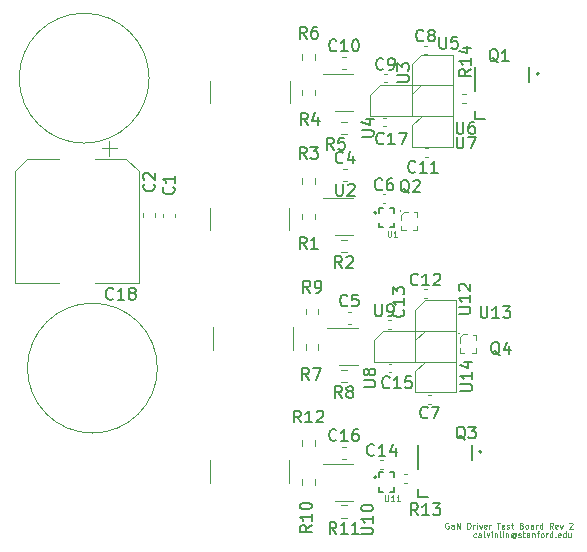
<source format=gbr>
%TF.GenerationSoftware,KiCad,Pcbnew,8.0.0*%
%TF.CreationDate,2024-03-12T18:53:39-07:00*%
%TF.ProjectId,GD_test,47445f74-6573-4742-9e6b-696361645f70,rev?*%
%TF.SameCoordinates,Original*%
%TF.FileFunction,Legend,Top*%
%TF.FilePolarity,Positive*%
%FSLAX46Y46*%
G04 Gerber Fmt 4.6, Leading zero omitted, Abs format (unit mm)*
G04 Created by KiCad (PCBNEW 8.0.0) date 2024-03-12 18:53:39*
%MOMM*%
%LPD*%
G01*
G04 APERTURE LIST*
%ADD10C,0.100000*%
%ADD11C,0.150000*%
%ADD12C,0.120000*%
%ADD13C,0.127000*%
%ADD14C,0.200000*%
G04 APERTURE END LIST*
D10*
X140846741Y-112957419D02*
X140799122Y-112933609D01*
X140799122Y-112933609D02*
X140727693Y-112933609D01*
X140727693Y-112933609D02*
X140656265Y-112957419D01*
X140656265Y-112957419D02*
X140608646Y-113005038D01*
X140608646Y-113005038D02*
X140584836Y-113052657D01*
X140584836Y-113052657D02*
X140561027Y-113147895D01*
X140561027Y-113147895D02*
X140561027Y-113219323D01*
X140561027Y-113219323D02*
X140584836Y-113314561D01*
X140584836Y-113314561D02*
X140608646Y-113362180D01*
X140608646Y-113362180D02*
X140656265Y-113409800D01*
X140656265Y-113409800D02*
X140727693Y-113433609D01*
X140727693Y-113433609D02*
X140775312Y-113433609D01*
X140775312Y-113433609D02*
X140846741Y-113409800D01*
X140846741Y-113409800D02*
X140870550Y-113385990D01*
X140870550Y-113385990D02*
X140870550Y-113219323D01*
X140870550Y-113219323D02*
X140775312Y-113219323D01*
X141299122Y-113433609D02*
X141299122Y-113171704D01*
X141299122Y-113171704D02*
X141275312Y-113124085D01*
X141275312Y-113124085D02*
X141227693Y-113100276D01*
X141227693Y-113100276D02*
X141132455Y-113100276D01*
X141132455Y-113100276D02*
X141084836Y-113124085D01*
X141299122Y-113409800D02*
X141251503Y-113433609D01*
X141251503Y-113433609D02*
X141132455Y-113433609D01*
X141132455Y-113433609D02*
X141084836Y-113409800D01*
X141084836Y-113409800D02*
X141061027Y-113362180D01*
X141061027Y-113362180D02*
X141061027Y-113314561D01*
X141061027Y-113314561D02*
X141084836Y-113266942D01*
X141084836Y-113266942D02*
X141132455Y-113243133D01*
X141132455Y-113243133D02*
X141251503Y-113243133D01*
X141251503Y-113243133D02*
X141299122Y-113219323D01*
X141537217Y-113433609D02*
X141537217Y-112933609D01*
X141537217Y-112933609D02*
X141822931Y-113433609D01*
X141822931Y-113433609D02*
X141822931Y-112933609D01*
X142441979Y-113433609D02*
X142441979Y-112933609D01*
X142441979Y-112933609D02*
X142561027Y-112933609D01*
X142561027Y-112933609D02*
X142632455Y-112957419D01*
X142632455Y-112957419D02*
X142680074Y-113005038D01*
X142680074Y-113005038D02*
X142703884Y-113052657D01*
X142703884Y-113052657D02*
X142727693Y-113147895D01*
X142727693Y-113147895D02*
X142727693Y-113219323D01*
X142727693Y-113219323D02*
X142703884Y-113314561D01*
X142703884Y-113314561D02*
X142680074Y-113362180D01*
X142680074Y-113362180D02*
X142632455Y-113409800D01*
X142632455Y-113409800D02*
X142561027Y-113433609D01*
X142561027Y-113433609D02*
X142441979Y-113433609D01*
X142941979Y-113433609D02*
X142941979Y-113100276D01*
X142941979Y-113195514D02*
X142965789Y-113147895D01*
X142965789Y-113147895D02*
X142989598Y-113124085D01*
X142989598Y-113124085D02*
X143037217Y-113100276D01*
X143037217Y-113100276D02*
X143084836Y-113100276D01*
X143251503Y-113433609D02*
X143251503Y-113100276D01*
X143251503Y-112933609D02*
X143227694Y-112957419D01*
X143227694Y-112957419D02*
X143251503Y-112981228D01*
X143251503Y-112981228D02*
X143275313Y-112957419D01*
X143275313Y-112957419D02*
X143251503Y-112933609D01*
X143251503Y-112933609D02*
X143251503Y-112981228D01*
X143441979Y-113100276D02*
X143561027Y-113433609D01*
X143561027Y-113433609D02*
X143680074Y-113100276D01*
X144061026Y-113409800D02*
X144013407Y-113433609D01*
X144013407Y-113433609D02*
X143918169Y-113433609D01*
X143918169Y-113433609D02*
X143870550Y-113409800D01*
X143870550Y-113409800D02*
X143846741Y-113362180D01*
X143846741Y-113362180D02*
X143846741Y-113171704D01*
X143846741Y-113171704D02*
X143870550Y-113124085D01*
X143870550Y-113124085D02*
X143918169Y-113100276D01*
X143918169Y-113100276D02*
X144013407Y-113100276D01*
X144013407Y-113100276D02*
X144061026Y-113124085D01*
X144061026Y-113124085D02*
X144084836Y-113171704D01*
X144084836Y-113171704D02*
X144084836Y-113219323D01*
X144084836Y-113219323D02*
X143846741Y-113266942D01*
X144299121Y-113433609D02*
X144299121Y-113100276D01*
X144299121Y-113195514D02*
X144322931Y-113147895D01*
X144322931Y-113147895D02*
X144346740Y-113124085D01*
X144346740Y-113124085D02*
X144394359Y-113100276D01*
X144394359Y-113100276D02*
X144441978Y-113100276D01*
X144918169Y-112933609D02*
X145203883Y-112933609D01*
X145061026Y-113433609D02*
X145061026Y-112933609D01*
X145561025Y-113409800D02*
X145513406Y-113433609D01*
X145513406Y-113433609D02*
X145418168Y-113433609D01*
X145418168Y-113433609D02*
X145370549Y-113409800D01*
X145370549Y-113409800D02*
X145346740Y-113362180D01*
X145346740Y-113362180D02*
X145346740Y-113171704D01*
X145346740Y-113171704D02*
X145370549Y-113124085D01*
X145370549Y-113124085D02*
X145418168Y-113100276D01*
X145418168Y-113100276D02*
X145513406Y-113100276D01*
X145513406Y-113100276D02*
X145561025Y-113124085D01*
X145561025Y-113124085D02*
X145584835Y-113171704D01*
X145584835Y-113171704D02*
X145584835Y-113219323D01*
X145584835Y-113219323D02*
X145346740Y-113266942D01*
X145775311Y-113409800D02*
X145822930Y-113433609D01*
X145822930Y-113433609D02*
X145918168Y-113433609D01*
X145918168Y-113433609D02*
X145965787Y-113409800D01*
X145965787Y-113409800D02*
X145989596Y-113362180D01*
X145989596Y-113362180D02*
X145989596Y-113338371D01*
X145989596Y-113338371D02*
X145965787Y-113290752D01*
X145965787Y-113290752D02*
X145918168Y-113266942D01*
X145918168Y-113266942D02*
X145846739Y-113266942D01*
X145846739Y-113266942D02*
X145799120Y-113243133D01*
X145799120Y-113243133D02*
X145775311Y-113195514D01*
X145775311Y-113195514D02*
X145775311Y-113171704D01*
X145775311Y-113171704D02*
X145799120Y-113124085D01*
X145799120Y-113124085D02*
X145846739Y-113100276D01*
X145846739Y-113100276D02*
X145918168Y-113100276D01*
X145918168Y-113100276D02*
X145965787Y-113124085D01*
X146132454Y-113100276D02*
X146322930Y-113100276D01*
X146203882Y-112933609D02*
X146203882Y-113362180D01*
X146203882Y-113362180D02*
X146227692Y-113409800D01*
X146227692Y-113409800D02*
X146275311Y-113433609D01*
X146275311Y-113433609D02*
X146322930Y-113433609D01*
X147037215Y-113171704D02*
X147108643Y-113195514D01*
X147108643Y-113195514D02*
X147132453Y-113219323D01*
X147132453Y-113219323D02*
X147156262Y-113266942D01*
X147156262Y-113266942D02*
X147156262Y-113338371D01*
X147156262Y-113338371D02*
X147132453Y-113385990D01*
X147132453Y-113385990D02*
X147108643Y-113409800D01*
X147108643Y-113409800D02*
X147061024Y-113433609D01*
X147061024Y-113433609D02*
X146870548Y-113433609D01*
X146870548Y-113433609D02*
X146870548Y-112933609D01*
X146870548Y-112933609D02*
X147037215Y-112933609D01*
X147037215Y-112933609D02*
X147084834Y-112957419D01*
X147084834Y-112957419D02*
X147108643Y-112981228D01*
X147108643Y-112981228D02*
X147132453Y-113028847D01*
X147132453Y-113028847D02*
X147132453Y-113076466D01*
X147132453Y-113076466D02*
X147108643Y-113124085D01*
X147108643Y-113124085D02*
X147084834Y-113147895D01*
X147084834Y-113147895D02*
X147037215Y-113171704D01*
X147037215Y-113171704D02*
X146870548Y-113171704D01*
X147441977Y-113433609D02*
X147394358Y-113409800D01*
X147394358Y-113409800D02*
X147370548Y-113385990D01*
X147370548Y-113385990D02*
X147346739Y-113338371D01*
X147346739Y-113338371D02*
X147346739Y-113195514D01*
X147346739Y-113195514D02*
X147370548Y-113147895D01*
X147370548Y-113147895D02*
X147394358Y-113124085D01*
X147394358Y-113124085D02*
X147441977Y-113100276D01*
X147441977Y-113100276D02*
X147513405Y-113100276D01*
X147513405Y-113100276D02*
X147561024Y-113124085D01*
X147561024Y-113124085D02*
X147584834Y-113147895D01*
X147584834Y-113147895D02*
X147608643Y-113195514D01*
X147608643Y-113195514D02*
X147608643Y-113338371D01*
X147608643Y-113338371D02*
X147584834Y-113385990D01*
X147584834Y-113385990D02*
X147561024Y-113409800D01*
X147561024Y-113409800D02*
X147513405Y-113433609D01*
X147513405Y-113433609D02*
X147441977Y-113433609D01*
X148037215Y-113433609D02*
X148037215Y-113171704D01*
X148037215Y-113171704D02*
X148013405Y-113124085D01*
X148013405Y-113124085D02*
X147965786Y-113100276D01*
X147965786Y-113100276D02*
X147870548Y-113100276D01*
X147870548Y-113100276D02*
X147822929Y-113124085D01*
X148037215Y-113409800D02*
X147989596Y-113433609D01*
X147989596Y-113433609D02*
X147870548Y-113433609D01*
X147870548Y-113433609D02*
X147822929Y-113409800D01*
X147822929Y-113409800D02*
X147799120Y-113362180D01*
X147799120Y-113362180D02*
X147799120Y-113314561D01*
X147799120Y-113314561D02*
X147822929Y-113266942D01*
X147822929Y-113266942D02*
X147870548Y-113243133D01*
X147870548Y-113243133D02*
X147989596Y-113243133D01*
X147989596Y-113243133D02*
X148037215Y-113219323D01*
X148275310Y-113433609D02*
X148275310Y-113100276D01*
X148275310Y-113195514D02*
X148299120Y-113147895D01*
X148299120Y-113147895D02*
X148322929Y-113124085D01*
X148322929Y-113124085D02*
X148370548Y-113100276D01*
X148370548Y-113100276D02*
X148418167Y-113100276D01*
X148799120Y-113433609D02*
X148799120Y-112933609D01*
X148799120Y-113409800D02*
X148751501Y-113433609D01*
X148751501Y-113433609D02*
X148656263Y-113433609D01*
X148656263Y-113433609D02*
X148608644Y-113409800D01*
X148608644Y-113409800D02*
X148584834Y-113385990D01*
X148584834Y-113385990D02*
X148561025Y-113338371D01*
X148561025Y-113338371D02*
X148561025Y-113195514D01*
X148561025Y-113195514D02*
X148584834Y-113147895D01*
X148584834Y-113147895D02*
X148608644Y-113124085D01*
X148608644Y-113124085D02*
X148656263Y-113100276D01*
X148656263Y-113100276D02*
X148751501Y-113100276D01*
X148751501Y-113100276D02*
X148799120Y-113124085D01*
X149703881Y-113433609D02*
X149537215Y-113195514D01*
X149418167Y-113433609D02*
X149418167Y-112933609D01*
X149418167Y-112933609D02*
X149608643Y-112933609D01*
X149608643Y-112933609D02*
X149656262Y-112957419D01*
X149656262Y-112957419D02*
X149680072Y-112981228D01*
X149680072Y-112981228D02*
X149703881Y-113028847D01*
X149703881Y-113028847D02*
X149703881Y-113100276D01*
X149703881Y-113100276D02*
X149680072Y-113147895D01*
X149680072Y-113147895D02*
X149656262Y-113171704D01*
X149656262Y-113171704D02*
X149608643Y-113195514D01*
X149608643Y-113195514D02*
X149418167Y-113195514D01*
X150108643Y-113409800D02*
X150061024Y-113433609D01*
X150061024Y-113433609D02*
X149965786Y-113433609D01*
X149965786Y-113433609D02*
X149918167Y-113409800D01*
X149918167Y-113409800D02*
X149894358Y-113362180D01*
X149894358Y-113362180D02*
X149894358Y-113171704D01*
X149894358Y-113171704D02*
X149918167Y-113124085D01*
X149918167Y-113124085D02*
X149965786Y-113100276D01*
X149965786Y-113100276D02*
X150061024Y-113100276D01*
X150061024Y-113100276D02*
X150108643Y-113124085D01*
X150108643Y-113124085D02*
X150132453Y-113171704D01*
X150132453Y-113171704D02*
X150132453Y-113219323D01*
X150132453Y-113219323D02*
X149894358Y-113266942D01*
X150299119Y-113100276D02*
X150418167Y-113433609D01*
X150418167Y-113433609D02*
X150537214Y-113100276D01*
X151084833Y-112981228D02*
X151108642Y-112957419D01*
X151108642Y-112957419D02*
X151156261Y-112933609D01*
X151156261Y-112933609D02*
X151275309Y-112933609D01*
X151275309Y-112933609D02*
X151322928Y-112957419D01*
X151322928Y-112957419D02*
X151346737Y-112981228D01*
X151346737Y-112981228D02*
X151370547Y-113028847D01*
X151370547Y-113028847D02*
X151370547Y-113076466D01*
X151370547Y-113076466D02*
X151346737Y-113147895D01*
X151346737Y-113147895D02*
X151061023Y-113433609D01*
X151061023Y-113433609D02*
X151370547Y-113433609D01*
X143199122Y-114159800D02*
X143151503Y-114183609D01*
X143151503Y-114183609D02*
X143056265Y-114183609D01*
X143056265Y-114183609D02*
X143008646Y-114159800D01*
X143008646Y-114159800D02*
X142984836Y-114135990D01*
X142984836Y-114135990D02*
X142961027Y-114088371D01*
X142961027Y-114088371D02*
X142961027Y-113945514D01*
X142961027Y-113945514D02*
X142984836Y-113897895D01*
X142984836Y-113897895D02*
X143008646Y-113874085D01*
X143008646Y-113874085D02*
X143056265Y-113850276D01*
X143056265Y-113850276D02*
X143151503Y-113850276D01*
X143151503Y-113850276D02*
X143199122Y-113874085D01*
X143627693Y-114183609D02*
X143627693Y-113921704D01*
X143627693Y-113921704D02*
X143603883Y-113874085D01*
X143603883Y-113874085D02*
X143556264Y-113850276D01*
X143556264Y-113850276D02*
X143461026Y-113850276D01*
X143461026Y-113850276D02*
X143413407Y-113874085D01*
X143627693Y-114159800D02*
X143580074Y-114183609D01*
X143580074Y-114183609D02*
X143461026Y-114183609D01*
X143461026Y-114183609D02*
X143413407Y-114159800D01*
X143413407Y-114159800D02*
X143389598Y-114112180D01*
X143389598Y-114112180D02*
X143389598Y-114064561D01*
X143389598Y-114064561D02*
X143413407Y-114016942D01*
X143413407Y-114016942D02*
X143461026Y-113993133D01*
X143461026Y-113993133D02*
X143580074Y-113993133D01*
X143580074Y-113993133D02*
X143627693Y-113969323D01*
X143937217Y-114183609D02*
X143889598Y-114159800D01*
X143889598Y-114159800D02*
X143865788Y-114112180D01*
X143865788Y-114112180D02*
X143865788Y-113683609D01*
X144080074Y-113850276D02*
X144199122Y-114183609D01*
X144199122Y-114183609D02*
X144318169Y-113850276D01*
X144508645Y-114183609D02*
X144508645Y-113850276D01*
X144508645Y-113683609D02*
X144484836Y-113707419D01*
X144484836Y-113707419D02*
X144508645Y-113731228D01*
X144508645Y-113731228D02*
X144532455Y-113707419D01*
X144532455Y-113707419D02*
X144508645Y-113683609D01*
X144508645Y-113683609D02*
X144508645Y-113731228D01*
X144746740Y-113850276D02*
X144746740Y-114183609D01*
X144746740Y-113897895D02*
X144770550Y-113874085D01*
X144770550Y-113874085D02*
X144818169Y-113850276D01*
X144818169Y-113850276D02*
X144889597Y-113850276D01*
X144889597Y-113850276D02*
X144937216Y-113874085D01*
X144937216Y-113874085D02*
X144961026Y-113921704D01*
X144961026Y-113921704D02*
X144961026Y-114183609D01*
X145270550Y-114183609D02*
X145222931Y-114159800D01*
X145222931Y-114159800D02*
X145199121Y-114112180D01*
X145199121Y-114112180D02*
X145199121Y-113683609D01*
X145461026Y-114183609D02*
X145461026Y-113850276D01*
X145461026Y-113683609D02*
X145437217Y-113707419D01*
X145437217Y-113707419D02*
X145461026Y-113731228D01*
X145461026Y-113731228D02*
X145484836Y-113707419D01*
X145484836Y-113707419D02*
X145461026Y-113683609D01*
X145461026Y-113683609D02*
X145461026Y-113731228D01*
X145699121Y-113850276D02*
X145699121Y-114183609D01*
X145699121Y-113897895D02*
X145722931Y-113874085D01*
X145722931Y-113874085D02*
X145770550Y-113850276D01*
X145770550Y-113850276D02*
X145841978Y-113850276D01*
X145841978Y-113850276D02*
X145889597Y-113874085D01*
X145889597Y-113874085D02*
X145913407Y-113921704D01*
X145913407Y-113921704D02*
X145913407Y-114183609D01*
X146461026Y-113945514D02*
X146437216Y-113921704D01*
X146437216Y-113921704D02*
X146389597Y-113897895D01*
X146389597Y-113897895D02*
X146341978Y-113897895D01*
X146341978Y-113897895D02*
X146294359Y-113921704D01*
X146294359Y-113921704D02*
X146270550Y-113945514D01*
X146270550Y-113945514D02*
X146246740Y-113993133D01*
X146246740Y-113993133D02*
X146246740Y-114040752D01*
X146246740Y-114040752D02*
X146270550Y-114088371D01*
X146270550Y-114088371D02*
X146294359Y-114112180D01*
X146294359Y-114112180D02*
X146341978Y-114135990D01*
X146341978Y-114135990D02*
X146389597Y-114135990D01*
X146389597Y-114135990D02*
X146437216Y-114112180D01*
X146437216Y-114112180D02*
X146461026Y-114088371D01*
X146461026Y-113897895D02*
X146461026Y-114088371D01*
X146461026Y-114088371D02*
X146484835Y-114112180D01*
X146484835Y-114112180D02*
X146508645Y-114112180D01*
X146508645Y-114112180D02*
X146556264Y-114088371D01*
X146556264Y-114088371D02*
X146580074Y-114040752D01*
X146580074Y-114040752D02*
X146580074Y-113921704D01*
X146580074Y-113921704D02*
X146532455Y-113850276D01*
X146532455Y-113850276D02*
X146461026Y-113802657D01*
X146461026Y-113802657D02*
X146365788Y-113778847D01*
X146365788Y-113778847D02*
X146270550Y-113802657D01*
X146270550Y-113802657D02*
X146199121Y-113850276D01*
X146199121Y-113850276D02*
X146151502Y-113921704D01*
X146151502Y-113921704D02*
X146127693Y-114016942D01*
X146127693Y-114016942D02*
X146151502Y-114112180D01*
X146151502Y-114112180D02*
X146199121Y-114183609D01*
X146199121Y-114183609D02*
X146270550Y-114231228D01*
X146270550Y-114231228D02*
X146365788Y-114255038D01*
X146365788Y-114255038D02*
X146461026Y-114231228D01*
X146461026Y-114231228D02*
X146532455Y-114183609D01*
X146770550Y-114159800D02*
X146818169Y-114183609D01*
X146818169Y-114183609D02*
X146913407Y-114183609D01*
X146913407Y-114183609D02*
X146961026Y-114159800D01*
X146961026Y-114159800D02*
X146984835Y-114112180D01*
X146984835Y-114112180D02*
X146984835Y-114088371D01*
X146984835Y-114088371D02*
X146961026Y-114040752D01*
X146961026Y-114040752D02*
X146913407Y-114016942D01*
X146913407Y-114016942D02*
X146841978Y-114016942D01*
X146841978Y-114016942D02*
X146794359Y-113993133D01*
X146794359Y-113993133D02*
X146770550Y-113945514D01*
X146770550Y-113945514D02*
X146770550Y-113921704D01*
X146770550Y-113921704D02*
X146794359Y-113874085D01*
X146794359Y-113874085D02*
X146841978Y-113850276D01*
X146841978Y-113850276D02*
X146913407Y-113850276D01*
X146913407Y-113850276D02*
X146961026Y-113874085D01*
X147127693Y-113850276D02*
X147318169Y-113850276D01*
X147199121Y-113683609D02*
X147199121Y-114112180D01*
X147199121Y-114112180D02*
X147222931Y-114159800D01*
X147222931Y-114159800D02*
X147270550Y-114183609D01*
X147270550Y-114183609D02*
X147318169Y-114183609D01*
X147699121Y-114183609D02*
X147699121Y-113921704D01*
X147699121Y-113921704D02*
X147675311Y-113874085D01*
X147675311Y-113874085D02*
X147627692Y-113850276D01*
X147627692Y-113850276D02*
X147532454Y-113850276D01*
X147532454Y-113850276D02*
X147484835Y-113874085D01*
X147699121Y-114159800D02*
X147651502Y-114183609D01*
X147651502Y-114183609D02*
X147532454Y-114183609D01*
X147532454Y-114183609D02*
X147484835Y-114159800D01*
X147484835Y-114159800D02*
X147461026Y-114112180D01*
X147461026Y-114112180D02*
X147461026Y-114064561D01*
X147461026Y-114064561D02*
X147484835Y-114016942D01*
X147484835Y-114016942D02*
X147532454Y-113993133D01*
X147532454Y-113993133D02*
X147651502Y-113993133D01*
X147651502Y-113993133D02*
X147699121Y-113969323D01*
X147937216Y-113850276D02*
X147937216Y-114183609D01*
X147937216Y-113897895D02*
X147961026Y-113874085D01*
X147961026Y-113874085D02*
X148008645Y-113850276D01*
X148008645Y-113850276D02*
X148080073Y-113850276D01*
X148080073Y-113850276D02*
X148127692Y-113874085D01*
X148127692Y-113874085D02*
X148151502Y-113921704D01*
X148151502Y-113921704D02*
X148151502Y-114183609D01*
X148318169Y-113850276D02*
X148508645Y-113850276D01*
X148389597Y-114183609D02*
X148389597Y-113755038D01*
X148389597Y-113755038D02*
X148413407Y-113707419D01*
X148413407Y-113707419D02*
X148461026Y-113683609D01*
X148461026Y-113683609D02*
X148508645Y-113683609D01*
X148746740Y-114183609D02*
X148699121Y-114159800D01*
X148699121Y-114159800D02*
X148675311Y-114135990D01*
X148675311Y-114135990D02*
X148651502Y-114088371D01*
X148651502Y-114088371D02*
X148651502Y-113945514D01*
X148651502Y-113945514D02*
X148675311Y-113897895D01*
X148675311Y-113897895D02*
X148699121Y-113874085D01*
X148699121Y-113874085D02*
X148746740Y-113850276D01*
X148746740Y-113850276D02*
X148818168Y-113850276D01*
X148818168Y-113850276D02*
X148865787Y-113874085D01*
X148865787Y-113874085D02*
X148889597Y-113897895D01*
X148889597Y-113897895D02*
X148913406Y-113945514D01*
X148913406Y-113945514D02*
X148913406Y-114088371D01*
X148913406Y-114088371D02*
X148889597Y-114135990D01*
X148889597Y-114135990D02*
X148865787Y-114159800D01*
X148865787Y-114159800D02*
X148818168Y-114183609D01*
X148818168Y-114183609D02*
X148746740Y-114183609D01*
X149127692Y-114183609D02*
X149127692Y-113850276D01*
X149127692Y-113945514D02*
X149151502Y-113897895D01*
X149151502Y-113897895D02*
X149175311Y-113874085D01*
X149175311Y-113874085D02*
X149222930Y-113850276D01*
X149222930Y-113850276D02*
X149270549Y-113850276D01*
X149651502Y-114183609D02*
X149651502Y-113683609D01*
X149651502Y-114159800D02*
X149603883Y-114183609D01*
X149603883Y-114183609D02*
X149508645Y-114183609D01*
X149508645Y-114183609D02*
X149461026Y-114159800D01*
X149461026Y-114159800D02*
X149437216Y-114135990D01*
X149437216Y-114135990D02*
X149413407Y-114088371D01*
X149413407Y-114088371D02*
X149413407Y-113945514D01*
X149413407Y-113945514D02*
X149437216Y-113897895D01*
X149437216Y-113897895D02*
X149461026Y-113874085D01*
X149461026Y-113874085D02*
X149508645Y-113850276D01*
X149508645Y-113850276D02*
X149603883Y-113850276D01*
X149603883Y-113850276D02*
X149651502Y-113874085D01*
X149889597Y-114135990D02*
X149913407Y-114159800D01*
X149913407Y-114159800D02*
X149889597Y-114183609D01*
X149889597Y-114183609D02*
X149865788Y-114159800D01*
X149865788Y-114159800D02*
X149889597Y-114135990D01*
X149889597Y-114135990D02*
X149889597Y-114183609D01*
X150318168Y-114159800D02*
X150270549Y-114183609D01*
X150270549Y-114183609D02*
X150175311Y-114183609D01*
X150175311Y-114183609D02*
X150127692Y-114159800D01*
X150127692Y-114159800D02*
X150103883Y-114112180D01*
X150103883Y-114112180D02*
X150103883Y-113921704D01*
X150103883Y-113921704D02*
X150127692Y-113874085D01*
X150127692Y-113874085D02*
X150175311Y-113850276D01*
X150175311Y-113850276D02*
X150270549Y-113850276D01*
X150270549Y-113850276D02*
X150318168Y-113874085D01*
X150318168Y-113874085D02*
X150341978Y-113921704D01*
X150341978Y-113921704D02*
X150341978Y-113969323D01*
X150341978Y-113969323D02*
X150103883Y-114016942D01*
X150770549Y-114183609D02*
X150770549Y-113683609D01*
X150770549Y-114159800D02*
X150722930Y-114183609D01*
X150722930Y-114183609D02*
X150627692Y-114183609D01*
X150627692Y-114183609D02*
X150580073Y-114159800D01*
X150580073Y-114159800D02*
X150556263Y-114135990D01*
X150556263Y-114135990D02*
X150532454Y-114088371D01*
X150532454Y-114088371D02*
X150532454Y-113945514D01*
X150532454Y-113945514D02*
X150556263Y-113897895D01*
X150556263Y-113897895D02*
X150580073Y-113874085D01*
X150580073Y-113874085D02*
X150627692Y-113850276D01*
X150627692Y-113850276D02*
X150722930Y-113850276D01*
X150722930Y-113850276D02*
X150770549Y-113874085D01*
X151222930Y-113850276D02*
X151222930Y-114183609D01*
X151008644Y-113850276D02*
X151008644Y-114112180D01*
X151008644Y-114112180D02*
X151032454Y-114159800D01*
X151032454Y-114159800D02*
X151080073Y-114183609D01*
X151080073Y-114183609D02*
X151151501Y-114183609D01*
X151151501Y-114183609D02*
X151199120Y-114159800D01*
X151199120Y-114159800D02*
X151222930Y-114135990D01*
D11*
X112457142Y-93959580D02*
X112409523Y-94007200D01*
X112409523Y-94007200D02*
X112266666Y-94054819D01*
X112266666Y-94054819D02*
X112171428Y-94054819D01*
X112171428Y-94054819D02*
X112028571Y-94007200D01*
X112028571Y-94007200D02*
X111933333Y-93911961D01*
X111933333Y-93911961D02*
X111885714Y-93816723D01*
X111885714Y-93816723D02*
X111838095Y-93626247D01*
X111838095Y-93626247D02*
X111838095Y-93483390D01*
X111838095Y-93483390D02*
X111885714Y-93292914D01*
X111885714Y-93292914D02*
X111933333Y-93197676D01*
X111933333Y-93197676D02*
X112028571Y-93102438D01*
X112028571Y-93102438D02*
X112171428Y-93054819D01*
X112171428Y-93054819D02*
X112266666Y-93054819D01*
X112266666Y-93054819D02*
X112409523Y-93102438D01*
X112409523Y-93102438D02*
X112457142Y-93150057D01*
X113409523Y-94054819D02*
X112838095Y-94054819D01*
X113123809Y-94054819D02*
X113123809Y-93054819D01*
X113123809Y-93054819D02*
X113028571Y-93197676D01*
X113028571Y-93197676D02*
X112933333Y-93292914D01*
X112933333Y-93292914D02*
X112838095Y-93340533D01*
X113980952Y-93483390D02*
X113885714Y-93435771D01*
X113885714Y-93435771D02*
X113838095Y-93388152D01*
X113838095Y-93388152D02*
X113790476Y-93292914D01*
X113790476Y-93292914D02*
X113790476Y-93245295D01*
X113790476Y-93245295D02*
X113838095Y-93150057D01*
X113838095Y-93150057D02*
X113885714Y-93102438D01*
X113885714Y-93102438D02*
X113980952Y-93054819D01*
X113980952Y-93054819D02*
X114171428Y-93054819D01*
X114171428Y-93054819D02*
X114266666Y-93102438D01*
X114266666Y-93102438D02*
X114314285Y-93150057D01*
X114314285Y-93150057D02*
X114361904Y-93245295D01*
X114361904Y-93245295D02*
X114361904Y-93292914D01*
X114361904Y-93292914D02*
X114314285Y-93388152D01*
X114314285Y-93388152D02*
X114266666Y-93435771D01*
X114266666Y-93435771D02*
X114171428Y-93483390D01*
X114171428Y-93483390D02*
X113980952Y-93483390D01*
X113980952Y-93483390D02*
X113885714Y-93531009D01*
X113885714Y-93531009D02*
X113838095Y-93578628D01*
X113838095Y-93578628D02*
X113790476Y-93673866D01*
X113790476Y-93673866D02*
X113790476Y-93864342D01*
X113790476Y-93864342D02*
X113838095Y-93959580D01*
X113838095Y-93959580D02*
X113885714Y-94007200D01*
X113885714Y-94007200D02*
X113980952Y-94054819D01*
X113980952Y-94054819D02*
X114171428Y-94054819D01*
X114171428Y-94054819D02*
X114266666Y-94007200D01*
X114266666Y-94007200D02*
X114314285Y-93959580D01*
X114314285Y-93959580D02*
X114361904Y-93864342D01*
X114361904Y-93864342D02*
X114361904Y-93673866D01*
X114361904Y-93673866D02*
X114314285Y-93578628D01*
X114314285Y-93578628D02*
X114266666Y-93531009D01*
X114266666Y-93531009D02*
X114171428Y-93483390D01*
X117559580Y-84516666D02*
X117607200Y-84564285D01*
X117607200Y-84564285D02*
X117654819Y-84707142D01*
X117654819Y-84707142D02*
X117654819Y-84802380D01*
X117654819Y-84802380D02*
X117607200Y-84945237D01*
X117607200Y-84945237D02*
X117511961Y-85040475D01*
X117511961Y-85040475D02*
X117416723Y-85088094D01*
X117416723Y-85088094D02*
X117226247Y-85135713D01*
X117226247Y-85135713D02*
X117083390Y-85135713D01*
X117083390Y-85135713D02*
X116892914Y-85088094D01*
X116892914Y-85088094D02*
X116797676Y-85040475D01*
X116797676Y-85040475D02*
X116702438Y-84945237D01*
X116702438Y-84945237D02*
X116654819Y-84802380D01*
X116654819Y-84802380D02*
X116654819Y-84707142D01*
X116654819Y-84707142D02*
X116702438Y-84564285D01*
X116702438Y-84564285D02*
X116750057Y-84516666D01*
X117654819Y-83564285D02*
X117654819Y-84135713D01*
X117654819Y-83849999D02*
X116654819Y-83849999D01*
X116654819Y-83849999D02*
X116797676Y-83945237D01*
X116797676Y-83945237D02*
X116892914Y-84040475D01*
X116892914Y-84040475D02*
X116940533Y-84135713D01*
X143561905Y-94604819D02*
X143561905Y-95414342D01*
X143561905Y-95414342D02*
X143609524Y-95509580D01*
X143609524Y-95509580D02*
X143657143Y-95557200D01*
X143657143Y-95557200D02*
X143752381Y-95604819D01*
X143752381Y-95604819D02*
X143942857Y-95604819D01*
X143942857Y-95604819D02*
X144038095Y-95557200D01*
X144038095Y-95557200D02*
X144085714Y-95509580D01*
X144085714Y-95509580D02*
X144133333Y-95414342D01*
X144133333Y-95414342D02*
X144133333Y-94604819D01*
X145133333Y-95604819D02*
X144561905Y-95604819D01*
X144847619Y-95604819D02*
X144847619Y-94604819D01*
X144847619Y-94604819D02*
X144752381Y-94747676D01*
X144752381Y-94747676D02*
X144657143Y-94842914D01*
X144657143Y-94842914D02*
X144561905Y-94890533D01*
X145466667Y-94604819D02*
X146085714Y-94604819D01*
X146085714Y-94604819D02*
X145752381Y-94985771D01*
X145752381Y-94985771D02*
X145895238Y-94985771D01*
X145895238Y-94985771D02*
X145990476Y-95033390D01*
X145990476Y-95033390D02*
X146038095Y-95081009D01*
X146038095Y-95081009D02*
X146085714Y-95176247D01*
X146085714Y-95176247D02*
X146085714Y-95414342D01*
X146085714Y-95414342D02*
X146038095Y-95509580D01*
X146038095Y-95509580D02*
X145990476Y-95557200D01*
X145990476Y-95557200D02*
X145895238Y-95604819D01*
X145895238Y-95604819D02*
X145609524Y-95604819D01*
X145609524Y-95604819D02*
X145514286Y-95557200D01*
X145514286Y-95557200D02*
X145466667Y-95509580D01*
X134557142Y-107199580D02*
X134509523Y-107247200D01*
X134509523Y-107247200D02*
X134366666Y-107294819D01*
X134366666Y-107294819D02*
X134271428Y-107294819D01*
X134271428Y-107294819D02*
X134128571Y-107247200D01*
X134128571Y-107247200D02*
X134033333Y-107151961D01*
X134033333Y-107151961D02*
X133985714Y-107056723D01*
X133985714Y-107056723D02*
X133938095Y-106866247D01*
X133938095Y-106866247D02*
X133938095Y-106723390D01*
X133938095Y-106723390D02*
X133985714Y-106532914D01*
X133985714Y-106532914D02*
X134033333Y-106437676D01*
X134033333Y-106437676D02*
X134128571Y-106342438D01*
X134128571Y-106342438D02*
X134271428Y-106294819D01*
X134271428Y-106294819D02*
X134366666Y-106294819D01*
X134366666Y-106294819D02*
X134509523Y-106342438D01*
X134509523Y-106342438D02*
X134557142Y-106390057D01*
X135509523Y-107294819D02*
X134938095Y-107294819D01*
X135223809Y-107294819D02*
X135223809Y-106294819D01*
X135223809Y-106294819D02*
X135128571Y-106437676D01*
X135128571Y-106437676D02*
X135033333Y-106532914D01*
X135033333Y-106532914D02*
X134938095Y-106580533D01*
X136366666Y-106628152D02*
X136366666Y-107294819D01*
X136128571Y-106247200D02*
X135890476Y-106961485D01*
X135890476Y-106961485D02*
X136509523Y-106961485D01*
X132283333Y-94529580D02*
X132235714Y-94577200D01*
X132235714Y-94577200D02*
X132092857Y-94624819D01*
X132092857Y-94624819D02*
X131997619Y-94624819D01*
X131997619Y-94624819D02*
X131854762Y-94577200D01*
X131854762Y-94577200D02*
X131759524Y-94481961D01*
X131759524Y-94481961D02*
X131711905Y-94386723D01*
X131711905Y-94386723D02*
X131664286Y-94196247D01*
X131664286Y-94196247D02*
X131664286Y-94053390D01*
X131664286Y-94053390D02*
X131711905Y-93862914D01*
X131711905Y-93862914D02*
X131759524Y-93767676D01*
X131759524Y-93767676D02*
X131854762Y-93672438D01*
X131854762Y-93672438D02*
X131997619Y-93624819D01*
X131997619Y-93624819D02*
X132092857Y-93624819D01*
X132092857Y-93624819D02*
X132235714Y-93672438D01*
X132235714Y-93672438D02*
X132283333Y-93720057D01*
X133188095Y-93624819D02*
X132711905Y-93624819D01*
X132711905Y-93624819D02*
X132664286Y-94101009D01*
X132664286Y-94101009D02*
X132711905Y-94053390D01*
X132711905Y-94053390D02*
X132807143Y-94005771D01*
X132807143Y-94005771D02*
X133045238Y-94005771D01*
X133045238Y-94005771D02*
X133140476Y-94053390D01*
X133140476Y-94053390D02*
X133188095Y-94101009D01*
X133188095Y-94101009D02*
X133235714Y-94196247D01*
X133235714Y-94196247D02*
X133235714Y-94434342D01*
X133235714Y-94434342D02*
X133188095Y-94529580D01*
X133188095Y-94529580D02*
X133140476Y-94577200D01*
X133140476Y-94577200D02*
X133045238Y-94624819D01*
X133045238Y-94624819D02*
X132807143Y-94624819D01*
X132807143Y-94624819D02*
X132711905Y-94577200D01*
X132711905Y-94577200D02*
X132664286Y-94529580D01*
X135333333Y-74499580D02*
X135285714Y-74547200D01*
X135285714Y-74547200D02*
X135142857Y-74594819D01*
X135142857Y-74594819D02*
X135047619Y-74594819D01*
X135047619Y-74594819D02*
X134904762Y-74547200D01*
X134904762Y-74547200D02*
X134809524Y-74451961D01*
X134809524Y-74451961D02*
X134761905Y-74356723D01*
X134761905Y-74356723D02*
X134714286Y-74166247D01*
X134714286Y-74166247D02*
X134714286Y-74023390D01*
X134714286Y-74023390D02*
X134761905Y-73832914D01*
X134761905Y-73832914D02*
X134809524Y-73737676D01*
X134809524Y-73737676D02*
X134904762Y-73642438D01*
X134904762Y-73642438D02*
X135047619Y-73594819D01*
X135047619Y-73594819D02*
X135142857Y-73594819D01*
X135142857Y-73594819D02*
X135285714Y-73642438D01*
X135285714Y-73642438D02*
X135333333Y-73690057D01*
X135809524Y-74594819D02*
X136000000Y-74594819D01*
X136000000Y-74594819D02*
X136095238Y-74547200D01*
X136095238Y-74547200D02*
X136142857Y-74499580D01*
X136142857Y-74499580D02*
X136238095Y-74356723D01*
X136238095Y-74356723D02*
X136285714Y-74166247D01*
X136285714Y-74166247D02*
X136285714Y-73785295D01*
X136285714Y-73785295D02*
X136238095Y-73690057D01*
X136238095Y-73690057D02*
X136190476Y-73642438D01*
X136190476Y-73642438D02*
X136095238Y-73594819D01*
X136095238Y-73594819D02*
X135904762Y-73594819D01*
X135904762Y-73594819D02*
X135809524Y-73642438D01*
X135809524Y-73642438D02*
X135761905Y-73690057D01*
X135761905Y-73690057D02*
X135714286Y-73785295D01*
X135714286Y-73785295D02*
X135714286Y-74023390D01*
X135714286Y-74023390D02*
X135761905Y-74118628D01*
X135761905Y-74118628D02*
X135809524Y-74166247D01*
X135809524Y-74166247D02*
X135904762Y-74213866D01*
X135904762Y-74213866D02*
X136095238Y-74213866D01*
X136095238Y-74213866D02*
X136190476Y-74166247D01*
X136190476Y-74166247D02*
X136238095Y-74118628D01*
X136238095Y-74118628D02*
X136285714Y-74023390D01*
X135233333Y-84699580D02*
X135185714Y-84747200D01*
X135185714Y-84747200D02*
X135042857Y-84794819D01*
X135042857Y-84794819D02*
X134947619Y-84794819D01*
X134947619Y-84794819D02*
X134804762Y-84747200D01*
X134804762Y-84747200D02*
X134709524Y-84651961D01*
X134709524Y-84651961D02*
X134661905Y-84556723D01*
X134661905Y-84556723D02*
X134614286Y-84366247D01*
X134614286Y-84366247D02*
X134614286Y-84223390D01*
X134614286Y-84223390D02*
X134661905Y-84032914D01*
X134661905Y-84032914D02*
X134709524Y-83937676D01*
X134709524Y-83937676D02*
X134804762Y-83842438D01*
X134804762Y-83842438D02*
X134947619Y-83794819D01*
X134947619Y-83794819D02*
X135042857Y-83794819D01*
X135042857Y-83794819D02*
X135185714Y-83842438D01*
X135185714Y-83842438D02*
X135233333Y-83890057D01*
X136090476Y-83794819D02*
X135900000Y-83794819D01*
X135900000Y-83794819D02*
X135804762Y-83842438D01*
X135804762Y-83842438D02*
X135757143Y-83890057D01*
X135757143Y-83890057D02*
X135661905Y-84032914D01*
X135661905Y-84032914D02*
X135614286Y-84223390D01*
X135614286Y-84223390D02*
X135614286Y-84604342D01*
X135614286Y-84604342D02*
X135661905Y-84699580D01*
X135661905Y-84699580D02*
X135709524Y-84747200D01*
X135709524Y-84747200D02*
X135804762Y-84794819D01*
X135804762Y-84794819D02*
X135995238Y-84794819D01*
X135995238Y-84794819D02*
X136090476Y-84747200D01*
X136090476Y-84747200D02*
X136138095Y-84699580D01*
X136138095Y-84699580D02*
X136185714Y-84604342D01*
X136185714Y-84604342D02*
X136185714Y-84366247D01*
X136185714Y-84366247D02*
X136138095Y-84271009D01*
X136138095Y-84271009D02*
X136090476Y-84223390D01*
X136090476Y-84223390D02*
X135995238Y-84175771D01*
X135995238Y-84175771D02*
X135804762Y-84175771D01*
X135804762Y-84175771D02*
X135709524Y-84223390D01*
X135709524Y-84223390D02*
X135661905Y-84271009D01*
X135661905Y-84271009D02*
X135614286Y-84366247D01*
X134638095Y-94454819D02*
X134638095Y-95264342D01*
X134638095Y-95264342D02*
X134685714Y-95359580D01*
X134685714Y-95359580D02*
X134733333Y-95407200D01*
X134733333Y-95407200D02*
X134828571Y-95454819D01*
X134828571Y-95454819D02*
X135019047Y-95454819D01*
X135019047Y-95454819D02*
X135114285Y-95407200D01*
X135114285Y-95407200D02*
X135161904Y-95359580D01*
X135161904Y-95359580D02*
X135209523Y-95264342D01*
X135209523Y-95264342D02*
X135209523Y-94454819D01*
X135733333Y-95454819D02*
X135923809Y-95454819D01*
X135923809Y-95454819D02*
X136019047Y-95407200D01*
X136019047Y-95407200D02*
X136066666Y-95359580D01*
X136066666Y-95359580D02*
X136161904Y-95216723D01*
X136161904Y-95216723D02*
X136209523Y-95026247D01*
X136209523Y-95026247D02*
X136209523Y-94645295D01*
X136209523Y-94645295D02*
X136161904Y-94550057D01*
X136161904Y-94550057D02*
X136114285Y-94502438D01*
X136114285Y-94502438D02*
X136019047Y-94454819D01*
X136019047Y-94454819D02*
X135828571Y-94454819D01*
X135828571Y-94454819D02*
X135733333Y-94502438D01*
X135733333Y-94502438D02*
X135685714Y-94550057D01*
X135685714Y-94550057D02*
X135638095Y-94645295D01*
X135638095Y-94645295D02*
X135638095Y-94883390D01*
X135638095Y-94883390D02*
X135685714Y-94978628D01*
X135685714Y-94978628D02*
X135733333Y-95026247D01*
X135733333Y-95026247D02*
X135828571Y-95073866D01*
X135828571Y-95073866D02*
X136019047Y-95073866D01*
X136019047Y-95073866D02*
X136114285Y-95026247D01*
X136114285Y-95026247D02*
X136161904Y-94978628D01*
X136161904Y-94978628D02*
X136209523Y-94883390D01*
X128833333Y-82129819D02*
X128500000Y-81653628D01*
X128261905Y-82129819D02*
X128261905Y-81129819D01*
X128261905Y-81129819D02*
X128642857Y-81129819D01*
X128642857Y-81129819D02*
X128738095Y-81177438D01*
X128738095Y-81177438D02*
X128785714Y-81225057D01*
X128785714Y-81225057D02*
X128833333Y-81320295D01*
X128833333Y-81320295D02*
X128833333Y-81463152D01*
X128833333Y-81463152D02*
X128785714Y-81558390D01*
X128785714Y-81558390D02*
X128738095Y-81606009D01*
X128738095Y-81606009D02*
X128642857Y-81653628D01*
X128642857Y-81653628D02*
X128261905Y-81653628D01*
X129166667Y-81129819D02*
X129785714Y-81129819D01*
X129785714Y-81129819D02*
X129452381Y-81510771D01*
X129452381Y-81510771D02*
X129595238Y-81510771D01*
X129595238Y-81510771D02*
X129690476Y-81558390D01*
X129690476Y-81558390D02*
X129738095Y-81606009D01*
X129738095Y-81606009D02*
X129785714Y-81701247D01*
X129785714Y-81701247D02*
X129785714Y-81939342D01*
X129785714Y-81939342D02*
X129738095Y-82034580D01*
X129738095Y-82034580D02*
X129690476Y-82082200D01*
X129690476Y-82082200D02*
X129595238Y-82129819D01*
X129595238Y-82129819D02*
X129309524Y-82129819D01*
X129309524Y-82129819D02*
X129214286Y-82082200D01*
X129214286Y-82082200D02*
X129166667Y-82034580D01*
X131357142Y-113884819D02*
X131023809Y-113408628D01*
X130785714Y-113884819D02*
X130785714Y-112884819D01*
X130785714Y-112884819D02*
X131166666Y-112884819D01*
X131166666Y-112884819D02*
X131261904Y-112932438D01*
X131261904Y-112932438D02*
X131309523Y-112980057D01*
X131309523Y-112980057D02*
X131357142Y-113075295D01*
X131357142Y-113075295D02*
X131357142Y-113218152D01*
X131357142Y-113218152D02*
X131309523Y-113313390D01*
X131309523Y-113313390D02*
X131261904Y-113361009D01*
X131261904Y-113361009D02*
X131166666Y-113408628D01*
X131166666Y-113408628D02*
X130785714Y-113408628D01*
X132309523Y-113884819D02*
X131738095Y-113884819D01*
X132023809Y-113884819D02*
X132023809Y-112884819D01*
X132023809Y-112884819D02*
X131928571Y-113027676D01*
X131928571Y-113027676D02*
X131833333Y-113122914D01*
X131833333Y-113122914D02*
X131738095Y-113170533D01*
X133261904Y-113884819D02*
X132690476Y-113884819D01*
X132976190Y-113884819D02*
X132976190Y-112884819D01*
X132976190Y-112884819D02*
X132880952Y-113027676D01*
X132880952Y-113027676D02*
X132785714Y-113122914D01*
X132785714Y-113122914D02*
X132690476Y-113170533D01*
X131920833Y-82429580D02*
X131873214Y-82477200D01*
X131873214Y-82477200D02*
X131730357Y-82524819D01*
X131730357Y-82524819D02*
X131635119Y-82524819D01*
X131635119Y-82524819D02*
X131492262Y-82477200D01*
X131492262Y-82477200D02*
X131397024Y-82381961D01*
X131397024Y-82381961D02*
X131349405Y-82286723D01*
X131349405Y-82286723D02*
X131301786Y-82096247D01*
X131301786Y-82096247D02*
X131301786Y-81953390D01*
X131301786Y-81953390D02*
X131349405Y-81762914D01*
X131349405Y-81762914D02*
X131397024Y-81667676D01*
X131397024Y-81667676D02*
X131492262Y-81572438D01*
X131492262Y-81572438D02*
X131635119Y-81524819D01*
X131635119Y-81524819D02*
X131730357Y-81524819D01*
X131730357Y-81524819D02*
X131873214Y-81572438D01*
X131873214Y-81572438D02*
X131920833Y-81620057D01*
X132777976Y-81858152D02*
X132777976Y-82524819D01*
X132539881Y-81477200D02*
X132301786Y-82191485D01*
X132301786Y-82191485D02*
X132920833Y-82191485D01*
X131833333Y-91384819D02*
X131500000Y-90908628D01*
X131261905Y-91384819D02*
X131261905Y-90384819D01*
X131261905Y-90384819D02*
X131642857Y-90384819D01*
X131642857Y-90384819D02*
X131738095Y-90432438D01*
X131738095Y-90432438D02*
X131785714Y-90480057D01*
X131785714Y-90480057D02*
X131833333Y-90575295D01*
X131833333Y-90575295D02*
X131833333Y-90718152D01*
X131833333Y-90718152D02*
X131785714Y-90813390D01*
X131785714Y-90813390D02*
X131738095Y-90861009D01*
X131738095Y-90861009D02*
X131642857Y-90908628D01*
X131642857Y-90908628D02*
X131261905Y-90908628D01*
X132214286Y-90480057D02*
X132261905Y-90432438D01*
X132261905Y-90432438D02*
X132357143Y-90384819D01*
X132357143Y-90384819D02*
X132595238Y-90384819D01*
X132595238Y-90384819D02*
X132690476Y-90432438D01*
X132690476Y-90432438D02*
X132738095Y-90480057D01*
X132738095Y-90480057D02*
X132785714Y-90575295D01*
X132785714Y-90575295D02*
X132785714Y-90670533D01*
X132785714Y-90670533D02*
X132738095Y-90813390D01*
X132738095Y-90813390D02*
X132166667Y-91384819D01*
X132166667Y-91384819D02*
X132785714Y-91384819D01*
X138037142Y-83209580D02*
X137989523Y-83257200D01*
X137989523Y-83257200D02*
X137846666Y-83304819D01*
X137846666Y-83304819D02*
X137751428Y-83304819D01*
X137751428Y-83304819D02*
X137608571Y-83257200D01*
X137608571Y-83257200D02*
X137513333Y-83161961D01*
X137513333Y-83161961D02*
X137465714Y-83066723D01*
X137465714Y-83066723D02*
X137418095Y-82876247D01*
X137418095Y-82876247D02*
X137418095Y-82733390D01*
X137418095Y-82733390D02*
X137465714Y-82542914D01*
X137465714Y-82542914D02*
X137513333Y-82447676D01*
X137513333Y-82447676D02*
X137608571Y-82352438D01*
X137608571Y-82352438D02*
X137751428Y-82304819D01*
X137751428Y-82304819D02*
X137846666Y-82304819D01*
X137846666Y-82304819D02*
X137989523Y-82352438D01*
X137989523Y-82352438D02*
X138037142Y-82400057D01*
X138989523Y-83304819D02*
X138418095Y-83304819D01*
X138703809Y-83304819D02*
X138703809Y-82304819D01*
X138703809Y-82304819D02*
X138608571Y-82447676D01*
X138608571Y-82447676D02*
X138513333Y-82542914D01*
X138513333Y-82542914D02*
X138418095Y-82590533D01*
X139941904Y-83304819D02*
X139370476Y-83304819D01*
X139656190Y-83304819D02*
X139656190Y-82304819D01*
X139656190Y-82304819D02*
X139560952Y-82447676D01*
X139560952Y-82447676D02*
X139465714Y-82542914D01*
X139465714Y-82542914D02*
X139370476Y-82590533D01*
X139083333Y-104019580D02*
X139035714Y-104067200D01*
X139035714Y-104067200D02*
X138892857Y-104114819D01*
X138892857Y-104114819D02*
X138797619Y-104114819D01*
X138797619Y-104114819D02*
X138654762Y-104067200D01*
X138654762Y-104067200D02*
X138559524Y-103971961D01*
X138559524Y-103971961D02*
X138511905Y-103876723D01*
X138511905Y-103876723D02*
X138464286Y-103686247D01*
X138464286Y-103686247D02*
X138464286Y-103543390D01*
X138464286Y-103543390D02*
X138511905Y-103352914D01*
X138511905Y-103352914D02*
X138559524Y-103257676D01*
X138559524Y-103257676D02*
X138654762Y-103162438D01*
X138654762Y-103162438D02*
X138797619Y-103114819D01*
X138797619Y-103114819D02*
X138892857Y-103114819D01*
X138892857Y-103114819D02*
X139035714Y-103162438D01*
X139035714Y-103162438D02*
X139083333Y-103210057D01*
X139416667Y-103114819D02*
X140083333Y-103114819D01*
X140083333Y-103114819D02*
X139654762Y-104114819D01*
X136504819Y-75611904D02*
X137314342Y-75611904D01*
X137314342Y-75611904D02*
X137409580Y-75564285D01*
X137409580Y-75564285D02*
X137457200Y-75516666D01*
X137457200Y-75516666D02*
X137504819Y-75421428D01*
X137504819Y-75421428D02*
X137504819Y-75230952D01*
X137504819Y-75230952D02*
X137457200Y-75135714D01*
X137457200Y-75135714D02*
X137409580Y-75088095D01*
X137409580Y-75088095D02*
X137314342Y-75040476D01*
X137314342Y-75040476D02*
X136504819Y-75040476D01*
X136504819Y-74659523D02*
X136504819Y-74040476D01*
X136504819Y-74040476D02*
X136885771Y-74373809D01*
X136885771Y-74373809D02*
X136885771Y-74230952D01*
X136885771Y-74230952D02*
X136933390Y-74135714D01*
X136933390Y-74135714D02*
X136981009Y-74088095D01*
X136981009Y-74088095D02*
X137076247Y-74040476D01*
X137076247Y-74040476D02*
X137314342Y-74040476D01*
X137314342Y-74040476D02*
X137409580Y-74088095D01*
X137409580Y-74088095D02*
X137457200Y-74135714D01*
X137457200Y-74135714D02*
X137504819Y-74230952D01*
X137504819Y-74230952D02*
X137504819Y-74516666D01*
X137504819Y-74516666D02*
X137457200Y-74611904D01*
X137457200Y-74611904D02*
X137409580Y-74659523D01*
D10*
X135480952Y-110626109D02*
X135480952Y-111030871D01*
X135480952Y-111030871D02*
X135504762Y-111078490D01*
X135504762Y-111078490D02*
X135528571Y-111102300D01*
X135528571Y-111102300D02*
X135576190Y-111126109D01*
X135576190Y-111126109D02*
X135671428Y-111126109D01*
X135671428Y-111126109D02*
X135719047Y-111102300D01*
X135719047Y-111102300D02*
X135742857Y-111078490D01*
X135742857Y-111078490D02*
X135766666Y-111030871D01*
X135766666Y-111030871D02*
X135766666Y-110626109D01*
X136266667Y-111126109D02*
X135980953Y-111126109D01*
X136123810Y-111126109D02*
X136123810Y-110626109D01*
X136123810Y-110626109D02*
X136076191Y-110697538D01*
X136076191Y-110697538D02*
X136028572Y-110745157D01*
X136028572Y-110745157D02*
X135980953Y-110768966D01*
X136742857Y-111126109D02*
X136457143Y-111126109D01*
X136600000Y-111126109D02*
X136600000Y-110626109D01*
X136600000Y-110626109D02*
X136552381Y-110697538D01*
X136552381Y-110697538D02*
X136504762Y-110745157D01*
X136504762Y-110745157D02*
X136457143Y-110768966D01*
D11*
X128357142Y-104454819D02*
X128023809Y-103978628D01*
X127785714Y-104454819D02*
X127785714Y-103454819D01*
X127785714Y-103454819D02*
X128166666Y-103454819D01*
X128166666Y-103454819D02*
X128261904Y-103502438D01*
X128261904Y-103502438D02*
X128309523Y-103550057D01*
X128309523Y-103550057D02*
X128357142Y-103645295D01*
X128357142Y-103645295D02*
X128357142Y-103788152D01*
X128357142Y-103788152D02*
X128309523Y-103883390D01*
X128309523Y-103883390D02*
X128261904Y-103931009D01*
X128261904Y-103931009D02*
X128166666Y-103978628D01*
X128166666Y-103978628D02*
X127785714Y-103978628D01*
X129309523Y-104454819D02*
X128738095Y-104454819D01*
X129023809Y-104454819D02*
X129023809Y-103454819D01*
X129023809Y-103454819D02*
X128928571Y-103597676D01*
X128928571Y-103597676D02*
X128833333Y-103692914D01*
X128833333Y-103692914D02*
X128738095Y-103740533D01*
X129690476Y-103550057D02*
X129738095Y-103502438D01*
X129738095Y-103502438D02*
X129833333Y-103454819D01*
X129833333Y-103454819D02*
X130071428Y-103454819D01*
X130071428Y-103454819D02*
X130166666Y-103502438D01*
X130166666Y-103502438D02*
X130214285Y-103550057D01*
X130214285Y-103550057D02*
X130261904Y-103645295D01*
X130261904Y-103645295D02*
X130261904Y-103740533D01*
X130261904Y-103740533D02*
X130214285Y-103883390D01*
X130214285Y-103883390D02*
X129642857Y-104454819D01*
X129642857Y-104454819D02*
X130261904Y-104454819D01*
X137029580Y-94892857D02*
X137077200Y-94940476D01*
X137077200Y-94940476D02*
X137124819Y-95083333D01*
X137124819Y-95083333D02*
X137124819Y-95178571D01*
X137124819Y-95178571D02*
X137077200Y-95321428D01*
X137077200Y-95321428D02*
X136981961Y-95416666D01*
X136981961Y-95416666D02*
X136886723Y-95464285D01*
X136886723Y-95464285D02*
X136696247Y-95511904D01*
X136696247Y-95511904D02*
X136553390Y-95511904D01*
X136553390Y-95511904D02*
X136362914Y-95464285D01*
X136362914Y-95464285D02*
X136267676Y-95416666D01*
X136267676Y-95416666D02*
X136172438Y-95321428D01*
X136172438Y-95321428D02*
X136124819Y-95178571D01*
X136124819Y-95178571D02*
X136124819Y-95083333D01*
X136124819Y-95083333D02*
X136172438Y-94940476D01*
X136172438Y-94940476D02*
X136220057Y-94892857D01*
X137124819Y-93940476D02*
X137124819Y-94511904D01*
X137124819Y-94226190D02*
X136124819Y-94226190D01*
X136124819Y-94226190D02*
X136267676Y-94321428D01*
X136267676Y-94321428D02*
X136362914Y-94416666D01*
X136362914Y-94416666D02*
X136410533Y-94511904D01*
X136124819Y-93607142D02*
X136124819Y-92988095D01*
X136124819Y-92988095D02*
X136505771Y-93321428D01*
X136505771Y-93321428D02*
X136505771Y-93178571D01*
X136505771Y-93178571D02*
X136553390Y-93083333D01*
X136553390Y-93083333D02*
X136601009Y-93035714D01*
X136601009Y-93035714D02*
X136696247Y-92988095D01*
X136696247Y-92988095D02*
X136934342Y-92988095D01*
X136934342Y-92988095D02*
X137029580Y-93035714D01*
X137029580Y-93035714D02*
X137077200Y-93083333D01*
X137077200Y-93083333D02*
X137124819Y-93178571D01*
X137124819Y-93178571D02*
X137124819Y-93464285D01*
X137124819Y-93464285D02*
X137077200Y-93559523D01*
X137077200Y-93559523D02*
X137029580Y-93607142D01*
X129033333Y-100854819D02*
X128700000Y-100378628D01*
X128461905Y-100854819D02*
X128461905Y-99854819D01*
X128461905Y-99854819D02*
X128842857Y-99854819D01*
X128842857Y-99854819D02*
X128938095Y-99902438D01*
X128938095Y-99902438D02*
X128985714Y-99950057D01*
X128985714Y-99950057D02*
X129033333Y-100045295D01*
X129033333Y-100045295D02*
X129033333Y-100188152D01*
X129033333Y-100188152D02*
X128985714Y-100283390D01*
X128985714Y-100283390D02*
X128938095Y-100331009D01*
X128938095Y-100331009D02*
X128842857Y-100378628D01*
X128842857Y-100378628D02*
X128461905Y-100378628D01*
X129366667Y-99854819D02*
X130033333Y-99854819D01*
X130033333Y-99854819D02*
X129604762Y-100854819D01*
X131338095Y-84254819D02*
X131338095Y-85064342D01*
X131338095Y-85064342D02*
X131385714Y-85159580D01*
X131385714Y-85159580D02*
X131433333Y-85207200D01*
X131433333Y-85207200D02*
X131528571Y-85254819D01*
X131528571Y-85254819D02*
X131719047Y-85254819D01*
X131719047Y-85254819D02*
X131814285Y-85207200D01*
X131814285Y-85207200D02*
X131861904Y-85159580D01*
X131861904Y-85159580D02*
X131909523Y-85064342D01*
X131909523Y-85064342D02*
X131909523Y-84254819D01*
X132338095Y-84350057D02*
X132385714Y-84302438D01*
X132385714Y-84302438D02*
X132480952Y-84254819D01*
X132480952Y-84254819D02*
X132719047Y-84254819D01*
X132719047Y-84254819D02*
X132814285Y-84302438D01*
X132814285Y-84302438D02*
X132861904Y-84350057D01*
X132861904Y-84350057D02*
X132909523Y-84445295D01*
X132909523Y-84445295D02*
X132909523Y-84540533D01*
X132909523Y-84540533D02*
X132861904Y-84683390D01*
X132861904Y-84683390D02*
X132290476Y-85254819D01*
X132290476Y-85254819D02*
X132909523Y-85254819D01*
X141854819Y-101788094D02*
X142664342Y-101788094D01*
X142664342Y-101788094D02*
X142759580Y-101740475D01*
X142759580Y-101740475D02*
X142807200Y-101692856D01*
X142807200Y-101692856D02*
X142854819Y-101597618D01*
X142854819Y-101597618D02*
X142854819Y-101407142D01*
X142854819Y-101407142D02*
X142807200Y-101311904D01*
X142807200Y-101311904D02*
X142759580Y-101264285D01*
X142759580Y-101264285D02*
X142664342Y-101216666D01*
X142664342Y-101216666D02*
X141854819Y-101216666D01*
X142854819Y-100216666D02*
X142854819Y-100788094D01*
X142854819Y-100502380D02*
X141854819Y-100502380D01*
X141854819Y-100502380D02*
X141997676Y-100597618D01*
X141997676Y-100597618D02*
X142092914Y-100692856D01*
X142092914Y-100692856D02*
X142140533Y-100788094D01*
X142188152Y-99359523D02*
X142854819Y-99359523D01*
X141807200Y-99597618D02*
X142521485Y-99835713D01*
X142521485Y-99835713D02*
X142521485Y-99216666D01*
X115909580Y-84266666D02*
X115957200Y-84314285D01*
X115957200Y-84314285D02*
X116004819Y-84457142D01*
X116004819Y-84457142D02*
X116004819Y-84552380D01*
X116004819Y-84552380D02*
X115957200Y-84695237D01*
X115957200Y-84695237D02*
X115861961Y-84790475D01*
X115861961Y-84790475D02*
X115766723Y-84838094D01*
X115766723Y-84838094D02*
X115576247Y-84885713D01*
X115576247Y-84885713D02*
X115433390Y-84885713D01*
X115433390Y-84885713D02*
X115242914Y-84838094D01*
X115242914Y-84838094D02*
X115147676Y-84790475D01*
X115147676Y-84790475D02*
X115052438Y-84695237D01*
X115052438Y-84695237D02*
X115004819Y-84552380D01*
X115004819Y-84552380D02*
X115004819Y-84457142D01*
X115004819Y-84457142D02*
X115052438Y-84314285D01*
X115052438Y-84314285D02*
X115100057Y-84266666D01*
X115100057Y-83885713D02*
X115052438Y-83838094D01*
X115052438Y-83838094D02*
X115004819Y-83742856D01*
X115004819Y-83742856D02*
X115004819Y-83504761D01*
X115004819Y-83504761D02*
X115052438Y-83409523D01*
X115052438Y-83409523D02*
X115100057Y-83361904D01*
X115100057Y-83361904D02*
X115195295Y-83314285D01*
X115195295Y-83314285D02*
X115290533Y-83314285D01*
X115290533Y-83314285D02*
X115433390Y-83361904D01*
X115433390Y-83361904D02*
X116004819Y-83933332D01*
X116004819Y-83933332D02*
X116004819Y-83314285D01*
X142754819Y-74542857D02*
X142278628Y-74876190D01*
X142754819Y-75114285D02*
X141754819Y-75114285D01*
X141754819Y-75114285D02*
X141754819Y-74733333D01*
X141754819Y-74733333D02*
X141802438Y-74638095D01*
X141802438Y-74638095D02*
X141850057Y-74590476D01*
X141850057Y-74590476D02*
X141945295Y-74542857D01*
X141945295Y-74542857D02*
X142088152Y-74542857D01*
X142088152Y-74542857D02*
X142183390Y-74590476D01*
X142183390Y-74590476D02*
X142231009Y-74638095D01*
X142231009Y-74638095D02*
X142278628Y-74733333D01*
X142278628Y-74733333D02*
X142278628Y-75114285D01*
X142754819Y-73590476D02*
X142754819Y-74161904D01*
X142754819Y-73876190D02*
X141754819Y-73876190D01*
X141754819Y-73876190D02*
X141897676Y-73971428D01*
X141897676Y-73971428D02*
X141992914Y-74066666D01*
X141992914Y-74066666D02*
X142040533Y-74161904D01*
X142088152Y-72733333D02*
X142754819Y-72733333D01*
X141707200Y-72971428D02*
X142421485Y-73209523D01*
X142421485Y-73209523D02*
X142421485Y-72590476D01*
X128833333Y-71954819D02*
X128500000Y-71478628D01*
X128261905Y-71954819D02*
X128261905Y-70954819D01*
X128261905Y-70954819D02*
X128642857Y-70954819D01*
X128642857Y-70954819D02*
X128738095Y-71002438D01*
X128738095Y-71002438D02*
X128785714Y-71050057D01*
X128785714Y-71050057D02*
X128833333Y-71145295D01*
X128833333Y-71145295D02*
X128833333Y-71288152D01*
X128833333Y-71288152D02*
X128785714Y-71383390D01*
X128785714Y-71383390D02*
X128738095Y-71431009D01*
X128738095Y-71431009D02*
X128642857Y-71478628D01*
X128642857Y-71478628D02*
X128261905Y-71478628D01*
X129690476Y-70954819D02*
X129500000Y-70954819D01*
X129500000Y-70954819D02*
X129404762Y-71002438D01*
X129404762Y-71002438D02*
X129357143Y-71050057D01*
X129357143Y-71050057D02*
X129261905Y-71192914D01*
X129261905Y-71192914D02*
X129214286Y-71383390D01*
X129214286Y-71383390D02*
X129214286Y-71764342D01*
X129214286Y-71764342D02*
X129261905Y-71859580D01*
X129261905Y-71859580D02*
X129309524Y-71907200D01*
X129309524Y-71907200D02*
X129404762Y-71954819D01*
X129404762Y-71954819D02*
X129595238Y-71954819D01*
X129595238Y-71954819D02*
X129690476Y-71907200D01*
X129690476Y-71907200D02*
X129738095Y-71859580D01*
X129738095Y-71859580D02*
X129785714Y-71764342D01*
X129785714Y-71764342D02*
X129785714Y-71526247D01*
X129785714Y-71526247D02*
X129738095Y-71431009D01*
X129738095Y-71431009D02*
X129690476Y-71383390D01*
X129690476Y-71383390D02*
X129595238Y-71335771D01*
X129595238Y-71335771D02*
X129404762Y-71335771D01*
X129404762Y-71335771D02*
X129309524Y-71383390D01*
X129309524Y-71383390D02*
X129261905Y-71431009D01*
X129261905Y-71431009D02*
X129214286Y-71526247D01*
X133504819Y-80261904D02*
X134314342Y-80261904D01*
X134314342Y-80261904D02*
X134409580Y-80214285D01*
X134409580Y-80214285D02*
X134457200Y-80166666D01*
X134457200Y-80166666D02*
X134504819Y-80071428D01*
X134504819Y-80071428D02*
X134504819Y-79880952D01*
X134504819Y-79880952D02*
X134457200Y-79785714D01*
X134457200Y-79785714D02*
X134409580Y-79738095D01*
X134409580Y-79738095D02*
X134314342Y-79690476D01*
X134314342Y-79690476D02*
X133504819Y-79690476D01*
X133838152Y-78785714D02*
X134504819Y-78785714D01*
X133457200Y-79023809D02*
X134171485Y-79261904D01*
X134171485Y-79261904D02*
X134171485Y-78642857D01*
X131357142Y-105929580D02*
X131309523Y-105977200D01*
X131309523Y-105977200D02*
X131166666Y-106024819D01*
X131166666Y-106024819D02*
X131071428Y-106024819D01*
X131071428Y-106024819D02*
X130928571Y-105977200D01*
X130928571Y-105977200D02*
X130833333Y-105881961D01*
X130833333Y-105881961D02*
X130785714Y-105786723D01*
X130785714Y-105786723D02*
X130738095Y-105596247D01*
X130738095Y-105596247D02*
X130738095Y-105453390D01*
X130738095Y-105453390D02*
X130785714Y-105262914D01*
X130785714Y-105262914D02*
X130833333Y-105167676D01*
X130833333Y-105167676D02*
X130928571Y-105072438D01*
X130928571Y-105072438D02*
X131071428Y-105024819D01*
X131071428Y-105024819D02*
X131166666Y-105024819D01*
X131166666Y-105024819D02*
X131309523Y-105072438D01*
X131309523Y-105072438D02*
X131357142Y-105120057D01*
X132309523Y-106024819D02*
X131738095Y-106024819D01*
X132023809Y-106024819D02*
X132023809Y-105024819D01*
X132023809Y-105024819D02*
X131928571Y-105167676D01*
X131928571Y-105167676D02*
X131833333Y-105262914D01*
X131833333Y-105262914D02*
X131738095Y-105310533D01*
X133166666Y-105024819D02*
X132976190Y-105024819D01*
X132976190Y-105024819D02*
X132880952Y-105072438D01*
X132880952Y-105072438D02*
X132833333Y-105120057D01*
X132833333Y-105120057D02*
X132738095Y-105262914D01*
X132738095Y-105262914D02*
X132690476Y-105453390D01*
X132690476Y-105453390D02*
X132690476Y-105834342D01*
X132690476Y-105834342D02*
X132738095Y-105929580D01*
X132738095Y-105929580D02*
X132785714Y-105977200D01*
X132785714Y-105977200D02*
X132880952Y-106024819D01*
X132880952Y-106024819D02*
X133071428Y-106024819D01*
X133071428Y-106024819D02*
X133166666Y-105977200D01*
X133166666Y-105977200D02*
X133214285Y-105929580D01*
X133214285Y-105929580D02*
X133261904Y-105834342D01*
X133261904Y-105834342D02*
X133261904Y-105596247D01*
X133261904Y-105596247D02*
X133214285Y-105501009D01*
X133214285Y-105501009D02*
X133166666Y-105453390D01*
X133166666Y-105453390D02*
X133071428Y-105405771D01*
X133071428Y-105405771D02*
X132880952Y-105405771D01*
X132880952Y-105405771D02*
X132785714Y-105453390D01*
X132785714Y-105453390D02*
X132738095Y-105501009D01*
X132738095Y-105501009D02*
X132690476Y-105596247D01*
X138257142Y-92749580D02*
X138209523Y-92797200D01*
X138209523Y-92797200D02*
X138066666Y-92844819D01*
X138066666Y-92844819D02*
X137971428Y-92844819D01*
X137971428Y-92844819D02*
X137828571Y-92797200D01*
X137828571Y-92797200D02*
X137733333Y-92701961D01*
X137733333Y-92701961D02*
X137685714Y-92606723D01*
X137685714Y-92606723D02*
X137638095Y-92416247D01*
X137638095Y-92416247D02*
X137638095Y-92273390D01*
X137638095Y-92273390D02*
X137685714Y-92082914D01*
X137685714Y-92082914D02*
X137733333Y-91987676D01*
X137733333Y-91987676D02*
X137828571Y-91892438D01*
X137828571Y-91892438D02*
X137971428Y-91844819D01*
X137971428Y-91844819D02*
X138066666Y-91844819D01*
X138066666Y-91844819D02*
X138209523Y-91892438D01*
X138209523Y-91892438D02*
X138257142Y-91940057D01*
X139209523Y-92844819D02*
X138638095Y-92844819D01*
X138923809Y-92844819D02*
X138923809Y-91844819D01*
X138923809Y-91844819D02*
X138828571Y-91987676D01*
X138828571Y-91987676D02*
X138733333Y-92082914D01*
X138733333Y-92082914D02*
X138638095Y-92130533D01*
X139590476Y-91940057D02*
X139638095Y-91892438D01*
X139638095Y-91892438D02*
X139733333Y-91844819D01*
X139733333Y-91844819D02*
X139971428Y-91844819D01*
X139971428Y-91844819D02*
X140066666Y-91892438D01*
X140066666Y-91892438D02*
X140114285Y-91940057D01*
X140114285Y-91940057D02*
X140161904Y-92035295D01*
X140161904Y-92035295D02*
X140161904Y-92130533D01*
X140161904Y-92130533D02*
X140114285Y-92273390D01*
X140114285Y-92273390D02*
X139542857Y-92844819D01*
X139542857Y-92844819D02*
X140161904Y-92844819D01*
D10*
X135719047Y-88226109D02*
X135719047Y-88630871D01*
X135719047Y-88630871D02*
X135742857Y-88678490D01*
X135742857Y-88678490D02*
X135766666Y-88702300D01*
X135766666Y-88702300D02*
X135814285Y-88726109D01*
X135814285Y-88726109D02*
X135909523Y-88726109D01*
X135909523Y-88726109D02*
X135957142Y-88702300D01*
X135957142Y-88702300D02*
X135980952Y-88678490D01*
X135980952Y-88678490D02*
X136004761Y-88630871D01*
X136004761Y-88630871D02*
X136004761Y-88226109D01*
X136504762Y-88726109D02*
X136219048Y-88726109D01*
X136361905Y-88726109D02*
X136361905Y-88226109D01*
X136361905Y-88226109D02*
X136314286Y-88297538D01*
X136314286Y-88297538D02*
X136266667Y-88345157D01*
X136266667Y-88345157D02*
X136219048Y-88368966D01*
D11*
X141538095Y-79004819D02*
X141538095Y-79814342D01*
X141538095Y-79814342D02*
X141585714Y-79909580D01*
X141585714Y-79909580D02*
X141633333Y-79957200D01*
X141633333Y-79957200D02*
X141728571Y-80004819D01*
X141728571Y-80004819D02*
X141919047Y-80004819D01*
X141919047Y-80004819D02*
X142014285Y-79957200D01*
X142014285Y-79957200D02*
X142061904Y-79909580D01*
X142061904Y-79909580D02*
X142109523Y-79814342D01*
X142109523Y-79814342D02*
X142109523Y-79004819D01*
X143014285Y-79004819D02*
X142823809Y-79004819D01*
X142823809Y-79004819D02*
X142728571Y-79052438D01*
X142728571Y-79052438D02*
X142680952Y-79100057D01*
X142680952Y-79100057D02*
X142585714Y-79242914D01*
X142585714Y-79242914D02*
X142538095Y-79433390D01*
X142538095Y-79433390D02*
X142538095Y-79814342D01*
X142538095Y-79814342D02*
X142585714Y-79909580D01*
X142585714Y-79909580D02*
X142633333Y-79957200D01*
X142633333Y-79957200D02*
X142728571Y-80004819D01*
X142728571Y-80004819D02*
X142919047Y-80004819D01*
X142919047Y-80004819D02*
X143014285Y-79957200D01*
X143014285Y-79957200D02*
X143061904Y-79909580D01*
X143061904Y-79909580D02*
X143109523Y-79814342D01*
X143109523Y-79814342D02*
X143109523Y-79576247D01*
X143109523Y-79576247D02*
X143061904Y-79481009D01*
X143061904Y-79481009D02*
X143014285Y-79433390D01*
X143014285Y-79433390D02*
X142919047Y-79385771D01*
X142919047Y-79385771D02*
X142728571Y-79385771D01*
X142728571Y-79385771D02*
X142633333Y-79433390D01*
X142633333Y-79433390D02*
X142585714Y-79481009D01*
X142585714Y-79481009D02*
X142538095Y-79576247D01*
X133654819Y-101461904D02*
X134464342Y-101461904D01*
X134464342Y-101461904D02*
X134559580Y-101414285D01*
X134559580Y-101414285D02*
X134607200Y-101366666D01*
X134607200Y-101366666D02*
X134654819Y-101271428D01*
X134654819Y-101271428D02*
X134654819Y-101080952D01*
X134654819Y-101080952D02*
X134607200Y-100985714D01*
X134607200Y-100985714D02*
X134559580Y-100938095D01*
X134559580Y-100938095D02*
X134464342Y-100890476D01*
X134464342Y-100890476D02*
X133654819Y-100890476D01*
X134083390Y-100271428D02*
X134035771Y-100366666D01*
X134035771Y-100366666D02*
X133988152Y-100414285D01*
X133988152Y-100414285D02*
X133892914Y-100461904D01*
X133892914Y-100461904D02*
X133845295Y-100461904D01*
X133845295Y-100461904D02*
X133750057Y-100414285D01*
X133750057Y-100414285D02*
X133702438Y-100366666D01*
X133702438Y-100366666D02*
X133654819Y-100271428D01*
X133654819Y-100271428D02*
X133654819Y-100080952D01*
X133654819Y-100080952D02*
X133702438Y-99985714D01*
X133702438Y-99985714D02*
X133750057Y-99938095D01*
X133750057Y-99938095D02*
X133845295Y-99890476D01*
X133845295Y-99890476D02*
X133892914Y-99890476D01*
X133892914Y-99890476D02*
X133988152Y-99938095D01*
X133988152Y-99938095D02*
X134035771Y-99985714D01*
X134035771Y-99985714D02*
X134083390Y-100080952D01*
X134083390Y-100080952D02*
X134083390Y-100271428D01*
X134083390Y-100271428D02*
X134131009Y-100366666D01*
X134131009Y-100366666D02*
X134178628Y-100414285D01*
X134178628Y-100414285D02*
X134273866Y-100461904D01*
X134273866Y-100461904D02*
X134464342Y-100461904D01*
X134464342Y-100461904D02*
X134559580Y-100414285D01*
X134559580Y-100414285D02*
X134607200Y-100366666D01*
X134607200Y-100366666D02*
X134654819Y-100271428D01*
X134654819Y-100271428D02*
X134654819Y-100080952D01*
X134654819Y-100080952D02*
X134607200Y-99985714D01*
X134607200Y-99985714D02*
X134559580Y-99938095D01*
X134559580Y-99938095D02*
X134464342Y-99890476D01*
X134464342Y-99890476D02*
X134273866Y-99890476D01*
X134273866Y-99890476D02*
X134178628Y-99938095D01*
X134178628Y-99938095D02*
X134131009Y-99985714D01*
X134131009Y-99985714D02*
X134083390Y-100080952D01*
X137525561Y-85014657D02*
X137430323Y-84967038D01*
X137430323Y-84967038D02*
X137335085Y-84871800D01*
X137335085Y-84871800D02*
X137192228Y-84728942D01*
X137192228Y-84728942D02*
X137096990Y-84681323D01*
X137096990Y-84681323D02*
X137001752Y-84681323D01*
X137049371Y-84919419D02*
X136954133Y-84871800D01*
X136954133Y-84871800D02*
X136858895Y-84776561D01*
X136858895Y-84776561D02*
X136811276Y-84586085D01*
X136811276Y-84586085D02*
X136811276Y-84252752D01*
X136811276Y-84252752D02*
X136858895Y-84062276D01*
X136858895Y-84062276D02*
X136954133Y-83967038D01*
X136954133Y-83967038D02*
X137049371Y-83919419D01*
X137049371Y-83919419D02*
X137239847Y-83919419D01*
X137239847Y-83919419D02*
X137335085Y-83967038D01*
X137335085Y-83967038D02*
X137430323Y-84062276D01*
X137430323Y-84062276D02*
X137477942Y-84252752D01*
X137477942Y-84252752D02*
X137477942Y-84586085D01*
X137477942Y-84586085D02*
X137430323Y-84776561D01*
X137430323Y-84776561D02*
X137335085Y-84871800D01*
X137335085Y-84871800D02*
X137239847Y-84919419D01*
X137239847Y-84919419D02*
X137049371Y-84919419D01*
X137858895Y-84014657D02*
X137906514Y-83967038D01*
X137906514Y-83967038D02*
X138001752Y-83919419D01*
X138001752Y-83919419D02*
X138239847Y-83919419D01*
X138239847Y-83919419D02*
X138335085Y-83967038D01*
X138335085Y-83967038D02*
X138382704Y-84014657D01*
X138382704Y-84014657D02*
X138430323Y-84109895D01*
X138430323Y-84109895D02*
X138430323Y-84205133D01*
X138430323Y-84205133D02*
X138382704Y-84347990D01*
X138382704Y-84347990D02*
X137811276Y-84919419D01*
X137811276Y-84919419D02*
X138430323Y-84919419D01*
X133454819Y-113938094D02*
X134264342Y-113938094D01*
X134264342Y-113938094D02*
X134359580Y-113890475D01*
X134359580Y-113890475D02*
X134407200Y-113842856D01*
X134407200Y-113842856D02*
X134454819Y-113747618D01*
X134454819Y-113747618D02*
X134454819Y-113557142D01*
X134454819Y-113557142D02*
X134407200Y-113461904D01*
X134407200Y-113461904D02*
X134359580Y-113414285D01*
X134359580Y-113414285D02*
X134264342Y-113366666D01*
X134264342Y-113366666D02*
X133454819Y-113366666D01*
X134454819Y-112366666D02*
X134454819Y-112938094D01*
X134454819Y-112652380D02*
X133454819Y-112652380D01*
X133454819Y-112652380D02*
X133597676Y-112747618D01*
X133597676Y-112747618D02*
X133692914Y-112842856D01*
X133692914Y-112842856D02*
X133740533Y-112938094D01*
X133454819Y-111747618D02*
X133454819Y-111652380D01*
X133454819Y-111652380D02*
X133502438Y-111557142D01*
X133502438Y-111557142D02*
X133550057Y-111509523D01*
X133550057Y-111509523D02*
X133645295Y-111461904D01*
X133645295Y-111461904D02*
X133835771Y-111414285D01*
X133835771Y-111414285D02*
X134073866Y-111414285D01*
X134073866Y-111414285D02*
X134264342Y-111461904D01*
X134264342Y-111461904D02*
X134359580Y-111509523D01*
X134359580Y-111509523D02*
X134407200Y-111557142D01*
X134407200Y-111557142D02*
X134454819Y-111652380D01*
X134454819Y-111652380D02*
X134454819Y-111747618D01*
X134454819Y-111747618D02*
X134407200Y-111842856D01*
X134407200Y-111842856D02*
X134359580Y-111890475D01*
X134359580Y-111890475D02*
X134264342Y-111938094D01*
X134264342Y-111938094D02*
X134073866Y-111985713D01*
X134073866Y-111985713D02*
X133835771Y-111985713D01*
X133835771Y-111985713D02*
X133645295Y-111938094D01*
X133645295Y-111938094D02*
X133550057Y-111890475D01*
X133550057Y-111890475D02*
X133502438Y-111842856D01*
X133502438Y-111842856D02*
X133454819Y-111747618D01*
X128833333Y-89754819D02*
X128500000Y-89278628D01*
X128261905Y-89754819D02*
X128261905Y-88754819D01*
X128261905Y-88754819D02*
X128642857Y-88754819D01*
X128642857Y-88754819D02*
X128738095Y-88802438D01*
X128738095Y-88802438D02*
X128785714Y-88850057D01*
X128785714Y-88850057D02*
X128833333Y-88945295D01*
X128833333Y-88945295D02*
X128833333Y-89088152D01*
X128833333Y-89088152D02*
X128785714Y-89183390D01*
X128785714Y-89183390D02*
X128738095Y-89231009D01*
X128738095Y-89231009D02*
X128642857Y-89278628D01*
X128642857Y-89278628D02*
X128261905Y-89278628D01*
X129785714Y-89754819D02*
X129214286Y-89754819D01*
X129500000Y-89754819D02*
X129500000Y-88754819D01*
X129500000Y-88754819D02*
X129404762Y-88897676D01*
X129404762Y-88897676D02*
X129309524Y-88992914D01*
X129309524Y-88992914D02*
X129214286Y-89040533D01*
X129133333Y-93454819D02*
X128800000Y-92978628D01*
X128561905Y-93454819D02*
X128561905Y-92454819D01*
X128561905Y-92454819D02*
X128942857Y-92454819D01*
X128942857Y-92454819D02*
X129038095Y-92502438D01*
X129038095Y-92502438D02*
X129085714Y-92550057D01*
X129085714Y-92550057D02*
X129133333Y-92645295D01*
X129133333Y-92645295D02*
X129133333Y-92788152D01*
X129133333Y-92788152D02*
X129085714Y-92883390D01*
X129085714Y-92883390D02*
X129038095Y-92931009D01*
X129038095Y-92931009D02*
X128942857Y-92978628D01*
X128942857Y-92978628D02*
X128561905Y-92978628D01*
X129609524Y-93454819D02*
X129800000Y-93454819D01*
X129800000Y-93454819D02*
X129895238Y-93407200D01*
X129895238Y-93407200D02*
X129942857Y-93359580D01*
X129942857Y-93359580D02*
X130038095Y-93216723D01*
X130038095Y-93216723D02*
X130085714Y-93026247D01*
X130085714Y-93026247D02*
X130085714Y-92645295D01*
X130085714Y-92645295D02*
X130038095Y-92550057D01*
X130038095Y-92550057D02*
X129990476Y-92502438D01*
X129990476Y-92502438D02*
X129895238Y-92454819D01*
X129895238Y-92454819D02*
X129704762Y-92454819D01*
X129704762Y-92454819D02*
X129609524Y-92502438D01*
X129609524Y-92502438D02*
X129561905Y-92550057D01*
X129561905Y-92550057D02*
X129514286Y-92645295D01*
X129514286Y-92645295D02*
X129514286Y-92883390D01*
X129514286Y-92883390D02*
X129561905Y-92978628D01*
X129561905Y-92978628D02*
X129609524Y-93026247D01*
X129609524Y-93026247D02*
X129704762Y-93073866D01*
X129704762Y-93073866D02*
X129895238Y-93073866D01*
X129895238Y-93073866D02*
X129990476Y-93026247D01*
X129990476Y-93026247D02*
X130038095Y-92978628D01*
X130038095Y-92978628D02*
X130085714Y-92883390D01*
X138257142Y-112304819D02*
X137923809Y-111828628D01*
X137685714Y-112304819D02*
X137685714Y-111304819D01*
X137685714Y-111304819D02*
X138066666Y-111304819D01*
X138066666Y-111304819D02*
X138161904Y-111352438D01*
X138161904Y-111352438D02*
X138209523Y-111400057D01*
X138209523Y-111400057D02*
X138257142Y-111495295D01*
X138257142Y-111495295D02*
X138257142Y-111638152D01*
X138257142Y-111638152D02*
X138209523Y-111733390D01*
X138209523Y-111733390D02*
X138161904Y-111781009D01*
X138161904Y-111781009D02*
X138066666Y-111828628D01*
X138066666Y-111828628D02*
X137685714Y-111828628D01*
X139209523Y-112304819D02*
X138638095Y-112304819D01*
X138923809Y-112304819D02*
X138923809Y-111304819D01*
X138923809Y-111304819D02*
X138828571Y-111447676D01*
X138828571Y-111447676D02*
X138733333Y-111542914D01*
X138733333Y-111542914D02*
X138638095Y-111590533D01*
X139542857Y-111304819D02*
X140161904Y-111304819D01*
X140161904Y-111304819D02*
X139828571Y-111685771D01*
X139828571Y-111685771D02*
X139971428Y-111685771D01*
X139971428Y-111685771D02*
X140066666Y-111733390D01*
X140066666Y-111733390D02*
X140114285Y-111781009D01*
X140114285Y-111781009D02*
X140161904Y-111876247D01*
X140161904Y-111876247D02*
X140161904Y-112114342D01*
X140161904Y-112114342D02*
X140114285Y-112209580D01*
X140114285Y-112209580D02*
X140066666Y-112257200D01*
X140066666Y-112257200D02*
X139971428Y-112304819D01*
X139971428Y-112304819D02*
X139685714Y-112304819D01*
X139685714Y-112304819D02*
X139590476Y-112257200D01*
X139590476Y-112257200D02*
X139542857Y-112209580D01*
X142254761Y-105900057D02*
X142159523Y-105852438D01*
X142159523Y-105852438D02*
X142064285Y-105757200D01*
X142064285Y-105757200D02*
X141921428Y-105614342D01*
X141921428Y-105614342D02*
X141826190Y-105566723D01*
X141826190Y-105566723D02*
X141730952Y-105566723D01*
X141778571Y-105804819D02*
X141683333Y-105757200D01*
X141683333Y-105757200D02*
X141588095Y-105661961D01*
X141588095Y-105661961D02*
X141540476Y-105471485D01*
X141540476Y-105471485D02*
X141540476Y-105138152D01*
X141540476Y-105138152D02*
X141588095Y-104947676D01*
X141588095Y-104947676D02*
X141683333Y-104852438D01*
X141683333Y-104852438D02*
X141778571Y-104804819D01*
X141778571Y-104804819D02*
X141969047Y-104804819D01*
X141969047Y-104804819D02*
X142064285Y-104852438D01*
X142064285Y-104852438D02*
X142159523Y-104947676D01*
X142159523Y-104947676D02*
X142207142Y-105138152D01*
X142207142Y-105138152D02*
X142207142Y-105471485D01*
X142207142Y-105471485D02*
X142159523Y-105661961D01*
X142159523Y-105661961D02*
X142064285Y-105757200D01*
X142064285Y-105757200D02*
X141969047Y-105804819D01*
X141969047Y-105804819D02*
X141778571Y-105804819D01*
X142540476Y-104804819D02*
X143159523Y-104804819D01*
X143159523Y-104804819D02*
X142826190Y-105185771D01*
X142826190Y-105185771D02*
X142969047Y-105185771D01*
X142969047Y-105185771D02*
X143064285Y-105233390D01*
X143064285Y-105233390D02*
X143111904Y-105281009D01*
X143111904Y-105281009D02*
X143159523Y-105376247D01*
X143159523Y-105376247D02*
X143159523Y-105614342D01*
X143159523Y-105614342D02*
X143111904Y-105709580D01*
X143111904Y-105709580D02*
X143064285Y-105757200D01*
X143064285Y-105757200D02*
X142969047Y-105804819D01*
X142969047Y-105804819D02*
X142683333Y-105804819D01*
X142683333Y-105804819D02*
X142588095Y-105757200D01*
X142588095Y-105757200D02*
X142540476Y-105709580D01*
X141538095Y-80254819D02*
X141538095Y-81064342D01*
X141538095Y-81064342D02*
X141585714Y-81159580D01*
X141585714Y-81159580D02*
X141633333Y-81207200D01*
X141633333Y-81207200D02*
X141728571Y-81254819D01*
X141728571Y-81254819D02*
X141919047Y-81254819D01*
X141919047Y-81254819D02*
X142014285Y-81207200D01*
X142014285Y-81207200D02*
X142061904Y-81159580D01*
X142061904Y-81159580D02*
X142109523Y-81064342D01*
X142109523Y-81064342D02*
X142109523Y-80254819D01*
X142490476Y-80254819D02*
X143157142Y-80254819D01*
X143157142Y-80254819D02*
X142728571Y-81254819D01*
X131133333Y-81354819D02*
X130800000Y-80878628D01*
X130561905Y-81354819D02*
X130561905Y-80354819D01*
X130561905Y-80354819D02*
X130942857Y-80354819D01*
X130942857Y-80354819D02*
X131038095Y-80402438D01*
X131038095Y-80402438D02*
X131085714Y-80450057D01*
X131085714Y-80450057D02*
X131133333Y-80545295D01*
X131133333Y-80545295D02*
X131133333Y-80688152D01*
X131133333Y-80688152D02*
X131085714Y-80783390D01*
X131085714Y-80783390D02*
X131038095Y-80831009D01*
X131038095Y-80831009D02*
X130942857Y-80878628D01*
X130942857Y-80878628D02*
X130561905Y-80878628D01*
X132038095Y-80354819D02*
X131561905Y-80354819D01*
X131561905Y-80354819D02*
X131514286Y-80831009D01*
X131514286Y-80831009D02*
X131561905Y-80783390D01*
X131561905Y-80783390D02*
X131657143Y-80735771D01*
X131657143Y-80735771D02*
X131895238Y-80735771D01*
X131895238Y-80735771D02*
X131990476Y-80783390D01*
X131990476Y-80783390D02*
X132038095Y-80831009D01*
X132038095Y-80831009D02*
X132085714Y-80926247D01*
X132085714Y-80926247D02*
X132085714Y-81164342D01*
X132085714Y-81164342D02*
X132038095Y-81259580D01*
X132038095Y-81259580D02*
X131990476Y-81307200D01*
X131990476Y-81307200D02*
X131895238Y-81354819D01*
X131895238Y-81354819D02*
X131657143Y-81354819D01*
X131657143Y-81354819D02*
X131561905Y-81307200D01*
X131561905Y-81307200D02*
X131514286Y-81259580D01*
X135857142Y-101459580D02*
X135809523Y-101507200D01*
X135809523Y-101507200D02*
X135666666Y-101554819D01*
X135666666Y-101554819D02*
X135571428Y-101554819D01*
X135571428Y-101554819D02*
X135428571Y-101507200D01*
X135428571Y-101507200D02*
X135333333Y-101411961D01*
X135333333Y-101411961D02*
X135285714Y-101316723D01*
X135285714Y-101316723D02*
X135238095Y-101126247D01*
X135238095Y-101126247D02*
X135238095Y-100983390D01*
X135238095Y-100983390D02*
X135285714Y-100792914D01*
X135285714Y-100792914D02*
X135333333Y-100697676D01*
X135333333Y-100697676D02*
X135428571Y-100602438D01*
X135428571Y-100602438D02*
X135571428Y-100554819D01*
X135571428Y-100554819D02*
X135666666Y-100554819D01*
X135666666Y-100554819D02*
X135809523Y-100602438D01*
X135809523Y-100602438D02*
X135857142Y-100650057D01*
X136809523Y-101554819D02*
X136238095Y-101554819D01*
X136523809Y-101554819D02*
X136523809Y-100554819D01*
X136523809Y-100554819D02*
X136428571Y-100697676D01*
X136428571Y-100697676D02*
X136333333Y-100792914D01*
X136333333Y-100792914D02*
X136238095Y-100840533D01*
X137714285Y-100554819D02*
X137238095Y-100554819D01*
X137238095Y-100554819D02*
X137190476Y-101031009D01*
X137190476Y-101031009D02*
X137238095Y-100983390D01*
X137238095Y-100983390D02*
X137333333Y-100935771D01*
X137333333Y-100935771D02*
X137571428Y-100935771D01*
X137571428Y-100935771D02*
X137666666Y-100983390D01*
X137666666Y-100983390D02*
X137714285Y-101031009D01*
X137714285Y-101031009D02*
X137761904Y-101126247D01*
X137761904Y-101126247D02*
X137761904Y-101364342D01*
X137761904Y-101364342D02*
X137714285Y-101459580D01*
X137714285Y-101459580D02*
X137666666Y-101507200D01*
X137666666Y-101507200D02*
X137571428Y-101554819D01*
X137571428Y-101554819D02*
X137333333Y-101554819D01*
X137333333Y-101554819D02*
X137238095Y-101507200D01*
X137238095Y-101507200D02*
X137190476Y-101459580D01*
X135357142Y-80809580D02*
X135309523Y-80857200D01*
X135309523Y-80857200D02*
X135166666Y-80904819D01*
X135166666Y-80904819D02*
X135071428Y-80904819D01*
X135071428Y-80904819D02*
X134928571Y-80857200D01*
X134928571Y-80857200D02*
X134833333Y-80761961D01*
X134833333Y-80761961D02*
X134785714Y-80666723D01*
X134785714Y-80666723D02*
X134738095Y-80476247D01*
X134738095Y-80476247D02*
X134738095Y-80333390D01*
X134738095Y-80333390D02*
X134785714Y-80142914D01*
X134785714Y-80142914D02*
X134833333Y-80047676D01*
X134833333Y-80047676D02*
X134928571Y-79952438D01*
X134928571Y-79952438D02*
X135071428Y-79904819D01*
X135071428Y-79904819D02*
X135166666Y-79904819D01*
X135166666Y-79904819D02*
X135309523Y-79952438D01*
X135309523Y-79952438D02*
X135357142Y-80000057D01*
X136309523Y-80904819D02*
X135738095Y-80904819D01*
X136023809Y-80904819D02*
X136023809Y-79904819D01*
X136023809Y-79904819D02*
X135928571Y-80047676D01*
X135928571Y-80047676D02*
X135833333Y-80142914D01*
X135833333Y-80142914D02*
X135738095Y-80190533D01*
X136642857Y-79904819D02*
X137309523Y-79904819D01*
X137309523Y-79904819D02*
X136880952Y-80904819D01*
X145054761Y-73950057D02*
X144959523Y-73902438D01*
X144959523Y-73902438D02*
X144864285Y-73807200D01*
X144864285Y-73807200D02*
X144721428Y-73664342D01*
X144721428Y-73664342D02*
X144626190Y-73616723D01*
X144626190Y-73616723D02*
X144530952Y-73616723D01*
X144578571Y-73854819D02*
X144483333Y-73807200D01*
X144483333Y-73807200D02*
X144388095Y-73711961D01*
X144388095Y-73711961D02*
X144340476Y-73521485D01*
X144340476Y-73521485D02*
X144340476Y-73188152D01*
X144340476Y-73188152D02*
X144388095Y-72997676D01*
X144388095Y-72997676D02*
X144483333Y-72902438D01*
X144483333Y-72902438D02*
X144578571Y-72854819D01*
X144578571Y-72854819D02*
X144769047Y-72854819D01*
X144769047Y-72854819D02*
X144864285Y-72902438D01*
X144864285Y-72902438D02*
X144959523Y-72997676D01*
X144959523Y-72997676D02*
X145007142Y-73188152D01*
X145007142Y-73188152D02*
X145007142Y-73521485D01*
X145007142Y-73521485D02*
X144959523Y-73711961D01*
X144959523Y-73711961D02*
X144864285Y-73807200D01*
X144864285Y-73807200D02*
X144769047Y-73854819D01*
X144769047Y-73854819D02*
X144578571Y-73854819D01*
X145959523Y-73854819D02*
X145388095Y-73854819D01*
X145673809Y-73854819D02*
X145673809Y-72854819D01*
X145673809Y-72854819D02*
X145578571Y-72997676D01*
X145578571Y-72997676D02*
X145483333Y-73092914D01*
X145483333Y-73092914D02*
X145388095Y-73140533D01*
X131357142Y-72929580D02*
X131309523Y-72977200D01*
X131309523Y-72977200D02*
X131166666Y-73024819D01*
X131166666Y-73024819D02*
X131071428Y-73024819D01*
X131071428Y-73024819D02*
X130928571Y-72977200D01*
X130928571Y-72977200D02*
X130833333Y-72881961D01*
X130833333Y-72881961D02*
X130785714Y-72786723D01*
X130785714Y-72786723D02*
X130738095Y-72596247D01*
X130738095Y-72596247D02*
X130738095Y-72453390D01*
X130738095Y-72453390D02*
X130785714Y-72262914D01*
X130785714Y-72262914D02*
X130833333Y-72167676D01*
X130833333Y-72167676D02*
X130928571Y-72072438D01*
X130928571Y-72072438D02*
X131071428Y-72024819D01*
X131071428Y-72024819D02*
X131166666Y-72024819D01*
X131166666Y-72024819D02*
X131309523Y-72072438D01*
X131309523Y-72072438D02*
X131357142Y-72120057D01*
X132309523Y-73024819D02*
X131738095Y-73024819D01*
X132023809Y-73024819D02*
X132023809Y-72024819D01*
X132023809Y-72024819D02*
X131928571Y-72167676D01*
X131928571Y-72167676D02*
X131833333Y-72262914D01*
X131833333Y-72262914D02*
X131738095Y-72310533D01*
X132928571Y-72024819D02*
X133023809Y-72024819D01*
X133023809Y-72024819D02*
X133119047Y-72072438D01*
X133119047Y-72072438D02*
X133166666Y-72120057D01*
X133166666Y-72120057D02*
X133214285Y-72215295D01*
X133214285Y-72215295D02*
X133261904Y-72405771D01*
X133261904Y-72405771D02*
X133261904Y-72643866D01*
X133261904Y-72643866D02*
X133214285Y-72834342D01*
X133214285Y-72834342D02*
X133166666Y-72929580D01*
X133166666Y-72929580D02*
X133119047Y-72977200D01*
X133119047Y-72977200D02*
X133023809Y-73024819D01*
X133023809Y-73024819D02*
X132928571Y-73024819D01*
X132928571Y-73024819D02*
X132833333Y-72977200D01*
X132833333Y-72977200D02*
X132785714Y-72929580D01*
X132785714Y-72929580D02*
X132738095Y-72834342D01*
X132738095Y-72834342D02*
X132690476Y-72643866D01*
X132690476Y-72643866D02*
X132690476Y-72405771D01*
X132690476Y-72405771D02*
X132738095Y-72215295D01*
X132738095Y-72215295D02*
X132785714Y-72120057D01*
X132785714Y-72120057D02*
X132833333Y-72072438D01*
X132833333Y-72072438D02*
X132928571Y-72024819D01*
X128933333Y-79254819D02*
X128600000Y-78778628D01*
X128361905Y-79254819D02*
X128361905Y-78254819D01*
X128361905Y-78254819D02*
X128742857Y-78254819D01*
X128742857Y-78254819D02*
X128838095Y-78302438D01*
X128838095Y-78302438D02*
X128885714Y-78350057D01*
X128885714Y-78350057D02*
X128933333Y-78445295D01*
X128933333Y-78445295D02*
X128933333Y-78588152D01*
X128933333Y-78588152D02*
X128885714Y-78683390D01*
X128885714Y-78683390D02*
X128838095Y-78731009D01*
X128838095Y-78731009D02*
X128742857Y-78778628D01*
X128742857Y-78778628D02*
X128361905Y-78778628D01*
X129790476Y-78588152D02*
X129790476Y-79254819D01*
X129552381Y-78207200D02*
X129314286Y-78921485D01*
X129314286Y-78921485D02*
X129933333Y-78921485D01*
X141704819Y-95238094D02*
X142514342Y-95238094D01*
X142514342Y-95238094D02*
X142609580Y-95190475D01*
X142609580Y-95190475D02*
X142657200Y-95142856D01*
X142657200Y-95142856D02*
X142704819Y-95047618D01*
X142704819Y-95047618D02*
X142704819Y-94857142D01*
X142704819Y-94857142D02*
X142657200Y-94761904D01*
X142657200Y-94761904D02*
X142609580Y-94714285D01*
X142609580Y-94714285D02*
X142514342Y-94666666D01*
X142514342Y-94666666D02*
X141704819Y-94666666D01*
X142704819Y-93666666D02*
X142704819Y-94238094D01*
X142704819Y-93952380D02*
X141704819Y-93952380D01*
X141704819Y-93952380D02*
X141847676Y-94047618D01*
X141847676Y-94047618D02*
X141942914Y-94142856D01*
X141942914Y-94142856D02*
X141990533Y-94238094D01*
X141800057Y-93285713D02*
X141752438Y-93238094D01*
X141752438Y-93238094D02*
X141704819Y-93142856D01*
X141704819Y-93142856D02*
X141704819Y-92904761D01*
X141704819Y-92904761D02*
X141752438Y-92809523D01*
X141752438Y-92809523D02*
X141800057Y-92761904D01*
X141800057Y-92761904D02*
X141895295Y-92714285D01*
X141895295Y-92714285D02*
X141990533Y-92714285D01*
X141990533Y-92714285D02*
X142133390Y-92761904D01*
X142133390Y-92761904D02*
X142704819Y-93333332D01*
X142704819Y-93333332D02*
X142704819Y-92714285D01*
X129254819Y-113142857D02*
X128778628Y-113476190D01*
X129254819Y-113714285D02*
X128254819Y-113714285D01*
X128254819Y-113714285D02*
X128254819Y-113333333D01*
X128254819Y-113333333D02*
X128302438Y-113238095D01*
X128302438Y-113238095D02*
X128350057Y-113190476D01*
X128350057Y-113190476D02*
X128445295Y-113142857D01*
X128445295Y-113142857D02*
X128588152Y-113142857D01*
X128588152Y-113142857D02*
X128683390Y-113190476D01*
X128683390Y-113190476D02*
X128731009Y-113238095D01*
X128731009Y-113238095D02*
X128778628Y-113333333D01*
X128778628Y-113333333D02*
X128778628Y-113714285D01*
X129254819Y-112190476D02*
X129254819Y-112761904D01*
X129254819Y-112476190D02*
X128254819Y-112476190D01*
X128254819Y-112476190D02*
X128397676Y-112571428D01*
X128397676Y-112571428D02*
X128492914Y-112666666D01*
X128492914Y-112666666D02*
X128540533Y-112761904D01*
X128254819Y-111571428D02*
X128254819Y-111476190D01*
X128254819Y-111476190D02*
X128302438Y-111380952D01*
X128302438Y-111380952D02*
X128350057Y-111333333D01*
X128350057Y-111333333D02*
X128445295Y-111285714D01*
X128445295Y-111285714D02*
X128635771Y-111238095D01*
X128635771Y-111238095D02*
X128873866Y-111238095D01*
X128873866Y-111238095D02*
X129064342Y-111285714D01*
X129064342Y-111285714D02*
X129159580Y-111333333D01*
X129159580Y-111333333D02*
X129207200Y-111380952D01*
X129207200Y-111380952D02*
X129254819Y-111476190D01*
X129254819Y-111476190D02*
X129254819Y-111571428D01*
X129254819Y-111571428D02*
X129207200Y-111666666D01*
X129207200Y-111666666D02*
X129159580Y-111714285D01*
X129159580Y-111714285D02*
X129064342Y-111761904D01*
X129064342Y-111761904D02*
X128873866Y-111809523D01*
X128873866Y-111809523D02*
X128635771Y-111809523D01*
X128635771Y-111809523D02*
X128445295Y-111761904D01*
X128445295Y-111761904D02*
X128350057Y-111714285D01*
X128350057Y-111714285D02*
X128302438Y-111666666D01*
X128302438Y-111666666D02*
X128254819Y-111571428D01*
X140088095Y-71804819D02*
X140088095Y-72614342D01*
X140088095Y-72614342D02*
X140135714Y-72709580D01*
X140135714Y-72709580D02*
X140183333Y-72757200D01*
X140183333Y-72757200D02*
X140278571Y-72804819D01*
X140278571Y-72804819D02*
X140469047Y-72804819D01*
X140469047Y-72804819D02*
X140564285Y-72757200D01*
X140564285Y-72757200D02*
X140611904Y-72709580D01*
X140611904Y-72709580D02*
X140659523Y-72614342D01*
X140659523Y-72614342D02*
X140659523Y-71804819D01*
X141611904Y-71804819D02*
X141135714Y-71804819D01*
X141135714Y-71804819D02*
X141088095Y-72281009D01*
X141088095Y-72281009D02*
X141135714Y-72233390D01*
X141135714Y-72233390D02*
X141230952Y-72185771D01*
X141230952Y-72185771D02*
X141469047Y-72185771D01*
X141469047Y-72185771D02*
X141564285Y-72233390D01*
X141564285Y-72233390D02*
X141611904Y-72281009D01*
X141611904Y-72281009D02*
X141659523Y-72376247D01*
X141659523Y-72376247D02*
X141659523Y-72614342D01*
X141659523Y-72614342D02*
X141611904Y-72709580D01*
X141611904Y-72709580D02*
X141564285Y-72757200D01*
X141564285Y-72757200D02*
X141469047Y-72804819D01*
X141469047Y-72804819D02*
X141230952Y-72804819D01*
X141230952Y-72804819D02*
X141135714Y-72757200D01*
X141135714Y-72757200D02*
X141088095Y-72709580D01*
X138733333Y-72099580D02*
X138685714Y-72147200D01*
X138685714Y-72147200D02*
X138542857Y-72194819D01*
X138542857Y-72194819D02*
X138447619Y-72194819D01*
X138447619Y-72194819D02*
X138304762Y-72147200D01*
X138304762Y-72147200D02*
X138209524Y-72051961D01*
X138209524Y-72051961D02*
X138161905Y-71956723D01*
X138161905Y-71956723D02*
X138114286Y-71766247D01*
X138114286Y-71766247D02*
X138114286Y-71623390D01*
X138114286Y-71623390D02*
X138161905Y-71432914D01*
X138161905Y-71432914D02*
X138209524Y-71337676D01*
X138209524Y-71337676D02*
X138304762Y-71242438D01*
X138304762Y-71242438D02*
X138447619Y-71194819D01*
X138447619Y-71194819D02*
X138542857Y-71194819D01*
X138542857Y-71194819D02*
X138685714Y-71242438D01*
X138685714Y-71242438D02*
X138733333Y-71290057D01*
X139304762Y-71623390D02*
X139209524Y-71575771D01*
X139209524Y-71575771D02*
X139161905Y-71528152D01*
X139161905Y-71528152D02*
X139114286Y-71432914D01*
X139114286Y-71432914D02*
X139114286Y-71385295D01*
X139114286Y-71385295D02*
X139161905Y-71290057D01*
X139161905Y-71290057D02*
X139209524Y-71242438D01*
X139209524Y-71242438D02*
X139304762Y-71194819D01*
X139304762Y-71194819D02*
X139495238Y-71194819D01*
X139495238Y-71194819D02*
X139590476Y-71242438D01*
X139590476Y-71242438D02*
X139638095Y-71290057D01*
X139638095Y-71290057D02*
X139685714Y-71385295D01*
X139685714Y-71385295D02*
X139685714Y-71432914D01*
X139685714Y-71432914D02*
X139638095Y-71528152D01*
X139638095Y-71528152D02*
X139590476Y-71575771D01*
X139590476Y-71575771D02*
X139495238Y-71623390D01*
X139495238Y-71623390D02*
X139304762Y-71623390D01*
X139304762Y-71623390D02*
X139209524Y-71671009D01*
X139209524Y-71671009D02*
X139161905Y-71718628D01*
X139161905Y-71718628D02*
X139114286Y-71813866D01*
X139114286Y-71813866D02*
X139114286Y-72004342D01*
X139114286Y-72004342D02*
X139161905Y-72099580D01*
X139161905Y-72099580D02*
X139209524Y-72147200D01*
X139209524Y-72147200D02*
X139304762Y-72194819D01*
X139304762Y-72194819D02*
X139495238Y-72194819D01*
X139495238Y-72194819D02*
X139590476Y-72147200D01*
X139590476Y-72147200D02*
X139638095Y-72099580D01*
X139638095Y-72099580D02*
X139685714Y-72004342D01*
X139685714Y-72004342D02*
X139685714Y-71813866D01*
X139685714Y-71813866D02*
X139638095Y-71718628D01*
X139638095Y-71718628D02*
X139590476Y-71671009D01*
X139590476Y-71671009D02*
X139495238Y-71623390D01*
X145204761Y-98750057D02*
X145109523Y-98702438D01*
X145109523Y-98702438D02*
X145014285Y-98607200D01*
X145014285Y-98607200D02*
X144871428Y-98464342D01*
X144871428Y-98464342D02*
X144776190Y-98416723D01*
X144776190Y-98416723D02*
X144680952Y-98416723D01*
X144728571Y-98654819D02*
X144633333Y-98607200D01*
X144633333Y-98607200D02*
X144538095Y-98511961D01*
X144538095Y-98511961D02*
X144490476Y-98321485D01*
X144490476Y-98321485D02*
X144490476Y-97988152D01*
X144490476Y-97988152D02*
X144538095Y-97797676D01*
X144538095Y-97797676D02*
X144633333Y-97702438D01*
X144633333Y-97702438D02*
X144728571Y-97654819D01*
X144728571Y-97654819D02*
X144919047Y-97654819D01*
X144919047Y-97654819D02*
X145014285Y-97702438D01*
X145014285Y-97702438D02*
X145109523Y-97797676D01*
X145109523Y-97797676D02*
X145157142Y-97988152D01*
X145157142Y-97988152D02*
X145157142Y-98321485D01*
X145157142Y-98321485D02*
X145109523Y-98511961D01*
X145109523Y-98511961D02*
X145014285Y-98607200D01*
X145014285Y-98607200D02*
X144919047Y-98654819D01*
X144919047Y-98654819D02*
X144728571Y-98654819D01*
X146014285Y-97988152D02*
X146014285Y-98654819D01*
X145776190Y-97607200D02*
X145538095Y-98321485D01*
X145538095Y-98321485D02*
X146157142Y-98321485D01*
X131833333Y-102384819D02*
X131500000Y-101908628D01*
X131261905Y-102384819D02*
X131261905Y-101384819D01*
X131261905Y-101384819D02*
X131642857Y-101384819D01*
X131642857Y-101384819D02*
X131738095Y-101432438D01*
X131738095Y-101432438D02*
X131785714Y-101480057D01*
X131785714Y-101480057D02*
X131833333Y-101575295D01*
X131833333Y-101575295D02*
X131833333Y-101718152D01*
X131833333Y-101718152D02*
X131785714Y-101813390D01*
X131785714Y-101813390D02*
X131738095Y-101861009D01*
X131738095Y-101861009D02*
X131642857Y-101908628D01*
X131642857Y-101908628D02*
X131261905Y-101908628D01*
X132404762Y-101813390D02*
X132309524Y-101765771D01*
X132309524Y-101765771D02*
X132261905Y-101718152D01*
X132261905Y-101718152D02*
X132214286Y-101622914D01*
X132214286Y-101622914D02*
X132214286Y-101575295D01*
X132214286Y-101575295D02*
X132261905Y-101480057D01*
X132261905Y-101480057D02*
X132309524Y-101432438D01*
X132309524Y-101432438D02*
X132404762Y-101384819D01*
X132404762Y-101384819D02*
X132595238Y-101384819D01*
X132595238Y-101384819D02*
X132690476Y-101432438D01*
X132690476Y-101432438D02*
X132738095Y-101480057D01*
X132738095Y-101480057D02*
X132785714Y-101575295D01*
X132785714Y-101575295D02*
X132785714Y-101622914D01*
X132785714Y-101622914D02*
X132738095Y-101718152D01*
X132738095Y-101718152D02*
X132690476Y-101765771D01*
X132690476Y-101765771D02*
X132595238Y-101813390D01*
X132595238Y-101813390D02*
X132404762Y-101813390D01*
X132404762Y-101813390D02*
X132309524Y-101861009D01*
X132309524Y-101861009D02*
X132261905Y-101908628D01*
X132261905Y-101908628D02*
X132214286Y-102003866D01*
X132214286Y-102003866D02*
X132214286Y-102194342D01*
X132214286Y-102194342D02*
X132261905Y-102289580D01*
X132261905Y-102289580D02*
X132309524Y-102337200D01*
X132309524Y-102337200D02*
X132404762Y-102384819D01*
X132404762Y-102384819D02*
X132595238Y-102384819D01*
X132595238Y-102384819D02*
X132690476Y-102337200D01*
X132690476Y-102337200D02*
X132738095Y-102289580D01*
X132738095Y-102289580D02*
X132785714Y-102194342D01*
X132785714Y-102194342D02*
X132785714Y-102003866D01*
X132785714Y-102003866D02*
X132738095Y-101908628D01*
X132738095Y-101908628D02*
X132690476Y-101861009D01*
X132690476Y-101861009D02*
X132595238Y-101813390D01*
D12*
%TO.C,C18*%
X104122500Y-92627500D02*
X107872500Y-92627500D01*
X114642500Y-92627500D02*
X110892500Y-92627500D01*
X104122500Y-83171937D02*
X104122500Y-92627500D01*
X114642500Y-83171937D02*
X114642500Y-92627500D01*
X105186937Y-82107500D02*
X104122500Y-83171937D01*
X105186937Y-82107500D02*
X107872500Y-82107500D01*
X113578063Y-82107500D02*
X114642500Y-83171937D01*
X113578063Y-82107500D02*
X110892500Y-82107500D01*
X112767500Y-81242500D02*
X111517500Y-81242500D01*
X112142500Y-80617500D02*
X112142500Y-81867500D01*
%TO.C,C1*%
X116640000Y-86809420D02*
X116640000Y-87090580D01*
X117660000Y-86809420D02*
X117660000Y-87090580D01*
%TO.C,U13*%
X138020000Y-97500000D02*
X138820000Y-96700000D01*
X138020000Y-99300000D02*
X138020000Y-97500000D01*
X138820000Y-96700000D02*
X141520000Y-96700000D01*
X141520000Y-96700000D02*
X141520000Y-99300000D01*
X141520000Y-99300000D02*
X138020000Y-99300000D01*
%TO.C,C14*%
X135092164Y-107640000D02*
X135307836Y-107640000D01*
X135092164Y-108360000D02*
X135307836Y-108360000D01*
%TO.C,C5*%
X132309420Y-95090000D02*
X132590580Y-95090000D01*
X132309420Y-96110000D02*
X132590580Y-96110000D01*
%TO.C,C9*%
X135392164Y-74940000D02*
X135607836Y-74940000D01*
X135392164Y-75660000D02*
X135607836Y-75660000D01*
%TO.C,C6*%
X135292164Y-85140000D02*
X135507836Y-85140000D01*
X135292164Y-85860000D02*
X135507836Y-85860000D01*
%TO.C,U9*%
X134530000Y-97500000D02*
X135330000Y-96700000D01*
X134530000Y-99300000D02*
X134530000Y-97500000D01*
X135330000Y-96700000D02*
X138030000Y-96700000D01*
X138030000Y-96700000D02*
X138030000Y-99300000D01*
X138030000Y-99300000D02*
X134530000Y-99300000D01*
%TO.C,R3*%
X128477500Y-84237258D02*
X128477500Y-83762742D01*
X129522500Y-84237258D02*
X129522500Y-83762742D01*
%TO.C,R11*%
X132237258Y-111477500D02*
X131762742Y-111477500D01*
X132237258Y-112522500D02*
X131762742Y-112522500D01*
%TO.C,J6*%
X116200000Y-99850000D02*
G75*
G02*
X105200000Y-99850000I-5500000J0D01*
G01*
X105200000Y-99850000D02*
G75*
G02*
X116200000Y-99850000I5500000J0D01*
G01*
%TO.C,C4*%
X131946920Y-82990000D02*
X132228080Y-82990000D01*
X131946920Y-84010000D02*
X132228080Y-84010000D01*
%TO.C,J2*%
X120945000Y-96410000D02*
X120945000Y-98290000D01*
X127655000Y-96410000D02*
X127655000Y-98290000D01*
%TO.C,R2*%
X132237258Y-88977500D02*
X131762742Y-88977500D01*
X132237258Y-90022500D02*
X131762742Y-90022500D01*
%TO.C,C11*%
X138892164Y-81240000D02*
X139107836Y-81240000D01*
X138892164Y-81960000D02*
X139107836Y-81960000D01*
%TO.C,C7*%
X139357836Y-102140000D02*
X139142164Y-102140000D01*
X139357836Y-102860000D02*
X139142164Y-102860000D01*
%TO.C,U3*%
X134230000Y-76700000D02*
X135030000Y-75900000D01*
X134230000Y-78500000D02*
X134230000Y-76700000D01*
X135030000Y-75900000D02*
X137730000Y-75900000D01*
X137730000Y-75900000D02*
X137730000Y-78500000D01*
X137730000Y-78500000D02*
X134230000Y-78500000D01*
D13*
%TO.C,U11*%
X134955000Y-108655000D02*
X134955000Y-109077500D01*
X134955000Y-108655000D02*
X135277500Y-108655000D01*
X134955000Y-110345000D02*
X134955000Y-109922500D01*
X134955000Y-110345000D02*
X135277500Y-110345000D01*
X136245000Y-108655000D02*
X135922500Y-108655000D01*
X136245000Y-108655000D02*
X136245000Y-109077500D01*
X136245000Y-110345000D02*
X135922500Y-110345000D01*
X136245000Y-110345000D02*
X136245000Y-109922500D01*
D14*
X134757500Y-109100000D02*
G75*
G02*
X134557500Y-109100000I-100000J0D01*
G01*
X134557500Y-109100000D02*
G75*
G02*
X134757500Y-109100000I100000J0D01*
G01*
D12*
%TO.C,R12*%
X128477500Y-106412258D02*
X128477500Y-105937742D01*
X129522500Y-106412258D02*
X129522500Y-105937742D01*
%TO.C,C13*%
X135742164Y-95790000D02*
X135957836Y-95790000D01*
X135742164Y-96510000D02*
X135957836Y-96510000D01*
%TO.C,R7*%
X128777500Y-97812742D02*
X128777500Y-98287258D01*
X129822500Y-97812742D02*
X129822500Y-98287258D01*
%TO.C,U2*%
X132000000Y-85440000D02*
X130200000Y-85440000D01*
X132000000Y-85440000D02*
X132800000Y-85440000D01*
X132000000Y-88560000D02*
X131200000Y-88560000D01*
X132000000Y-88560000D02*
X132800000Y-88560000D01*
%TO.C,U14*%
X138020000Y-100100000D02*
X138820000Y-99300000D01*
X138020000Y-101900000D02*
X138020000Y-100100000D01*
X138820000Y-99300000D02*
X141520000Y-99300000D01*
X141520000Y-99300000D02*
X141520000Y-101900000D01*
X141520000Y-101900000D02*
X138020000Y-101900000D01*
%TO.C,C2*%
X114990000Y-86759420D02*
X114990000Y-87040580D01*
X116010000Y-86759420D02*
X116010000Y-87040580D01*
%TO.C,R14*%
X141996359Y-76670000D02*
X142303641Y-76670000D01*
X141996359Y-77430000D02*
X142303641Y-77430000D01*
%TO.C,J5*%
X115500000Y-75300000D02*
G75*
G02*
X104500000Y-75300000I-5500000J0D01*
G01*
X104500000Y-75300000D02*
G75*
G02*
X115500000Y-75300000I5500000J0D01*
G01*
%TO.C,R6*%
X128477500Y-73737258D02*
X128477500Y-73262742D01*
X129522500Y-73737258D02*
X129522500Y-73262742D01*
%TO.C,U4*%
X132000000Y-74940000D02*
X130200000Y-74940000D01*
X132000000Y-74940000D02*
X132800000Y-74940000D01*
X132000000Y-78060000D02*
X131200000Y-78060000D01*
X132000000Y-78060000D02*
X132800000Y-78060000D01*
%TO.C,C16*%
X131859420Y-106490000D02*
X132140580Y-106490000D01*
X131859420Y-107510000D02*
X132140580Y-107510000D01*
%TO.C,C12*%
X138792164Y-93190000D02*
X139007836Y-93190000D01*
X138792164Y-93910000D02*
X139007836Y-93910000D01*
D13*
%TO.C,U1*%
X134955000Y-86255000D02*
X134955000Y-86677500D01*
X134955000Y-86255000D02*
X135277500Y-86255000D01*
X134955000Y-87945000D02*
X134955000Y-87522500D01*
X134955000Y-87945000D02*
X135277500Y-87945000D01*
X136245000Y-86255000D02*
X135922500Y-86255000D01*
X136245000Y-86255000D02*
X136245000Y-86677500D01*
X136245000Y-87945000D02*
X135922500Y-87945000D01*
X136245000Y-87945000D02*
X136245000Y-87522500D01*
D14*
X134757500Y-86700000D02*
G75*
G02*
X134557500Y-86700000I-100000J0D01*
G01*
X134557500Y-86700000D02*
G75*
G02*
X134757500Y-86700000I100000J0D01*
G01*
D12*
%TO.C,U6*%
X137720000Y-76684400D02*
X138520000Y-75884400D01*
X137720000Y-78484400D02*
X137720000Y-76684400D01*
X138520000Y-75884400D02*
X141220000Y-75884400D01*
X141220000Y-75884400D02*
X141220000Y-78484400D01*
X141220000Y-78484400D02*
X137720000Y-78484400D01*
%TO.C,J1*%
X120645000Y-86310000D02*
X120645000Y-88190000D01*
X127355000Y-86310000D02*
X127355000Y-88190000D01*
%TO.C,U8*%
X132362500Y-96440000D02*
X130562500Y-96440000D01*
X132362500Y-96440000D02*
X133162500Y-96440000D01*
X132362500Y-99560000D02*
X131562500Y-99560000D01*
X132362500Y-99560000D02*
X133162500Y-99560000D01*
%TO.C,Q2*%
X136820800Y-86895850D02*
X136820800Y-87333350D01*
X136820800Y-88189600D02*
X136820800Y-87789600D01*
X137070800Y-86639600D02*
X136820800Y-86889600D01*
X137070800Y-86639600D02*
X137420800Y-86639600D01*
X137220800Y-88189600D02*
X136870800Y-88189600D01*
X137870800Y-88189600D02*
X138220800Y-88189600D01*
X137920800Y-86652100D02*
X138220800Y-86652100D01*
X138220800Y-86652100D02*
X138220800Y-87089600D01*
X138220800Y-88189600D02*
X138220800Y-87789600D01*
D14*
X136770801Y-86539600D02*
G75*
G02*
X136770799Y-86539600I-1J0D01*
G01*
X136770799Y-86539600D02*
G75*
G02*
X136770801Y-86539600I1J0D01*
G01*
D12*
%TO.C,J3*%
X120645000Y-107660000D02*
X120645000Y-109540000D01*
X127355000Y-107660000D02*
X127355000Y-109540000D01*
%TO.C,U10*%
X132000000Y-107940000D02*
X130200000Y-107940000D01*
X132000000Y-107940000D02*
X132800000Y-107940000D01*
X132000000Y-111060000D02*
X131200000Y-111060000D01*
X132000000Y-111060000D02*
X132800000Y-111060000D01*
%TO.C,R1*%
X128477500Y-86762742D02*
X128477500Y-87237258D01*
X129522500Y-86762742D02*
X129522500Y-87237258D01*
%TO.C,R9*%
X128777500Y-95287258D02*
X128777500Y-94812742D01*
X129822500Y-95287258D02*
X129822500Y-94812742D01*
%TO.C,R13*%
X137046359Y-108820000D02*
X137353641Y-108820000D01*
X137046359Y-109580000D02*
X137353641Y-109580000D01*
D13*
%TO.C,Q3*%
X138250000Y-106350000D02*
X138250000Y-108405000D01*
X138250000Y-110750000D02*
X138250000Y-110095000D01*
X138250000Y-110750000D02*
X139105000Y-110750000D01*
X142850000Y-107605000D02*
X142850000Y-106350000D01*
D14*
X143650000Y-106929000D02*
G75*
G02*
X143450000Y-106929000I-100000J0D01*
G01*
X143450000Y-106929000D02*
G75*
G02*
X143650000Y-106929000I100000J0D01*
G01*
D12*
%TO.C,U7*%
X137770000Y-79300000D02*
X138570000Y-78500000D01*
X137770000Y-81100000D02*
X137770000Y-79300000D01*
X138570000Y-78500000D02*
X141270000Y-78500000D01*
X141270000Y-78500000D02*
X141270000Y-81100000D01*
X141270000Y-81100000D02*
X137770000Y-81100000D01*
%TO.C,R5*%
X132237258Y-78977500D02*
X131762742Y-78977500D01*
X132237258Y-80022500D02*
X131762742Y-80022500D01*
%TO.C,C15*%
X135792164Y-99490000D02*
X136007836Y-99490000D01*
X135792164Y-100210000D02*
X136007836Y-100210000D01*
%TO.C,C17*%
X135557836Y-78640000D02*
X135342164Y-78640000D01*
X135557836Y-79360000D02*
X135342164Y-79360000D01*
D13*
%TO.C,Q1*%
X143100000Y-74350000D02*
X143100000Y-76405000D01*
X143100000Y-78750000D02*
X143100000Y-78095000D01*
X143100000Y-78750000D02*
X143955000Y-78750000D01*
X147700000Y-75605000D02*
X147700000Y-74350000D01*
D14*
X148500000Y-74929000D02*
G75*
G02*
X148300000Y-74929000I-100000J0D01*
G01*
X148300000Y-74929000D02*
G75*
G02*
X148500000Y-74929000I100000J0D01*
G01*
D12*
%TO.C,C10*%
X131859420Y-73490000D02*
X132140580Y-73490000D01*
X131859420Y-74510000D02*
X132140580Y-74510000D01*
%TO.C,R4*%
X128477500Y-76262742D02*
X128477500Y-76737258D01*
X129522500Y-76262742D02*
X129522500Y-76737258D01*
%TO.C,U12*%
X138020000Y-94900000D02*
X138820000Y-94100000D01*
X138020000Y-96700000D02*
X138020000Y-94900000D01*
X138820000Y-94100000D02*
X141520000Y-94100000D01*
X141520000Y-94100000D02*
X141520000Y-96700000D01*
X141520000Y-96700000D02*
X138020000Y-96700000D01*
%TO.C,R10*%
X128477500Y-109262742D02*
X128477500Y-109737258D01*
X129522500Y-109262742D02*
X129522500Y-109737258D01*
%TO.C,J4*%
X120695000Y-75560000D02*
X120695000Y-77440000D01*
X127405000Y-75560000D02*
X127405000Y-77440000D01*
%TO.C,U5*%
X137750000Y-74100000D02*
X138550000Y-73300000D01*
X137750000Y-75900000D02*
X137750000Y-74100000D01*
X138550000Y-73300000D02*
X141250000Y-73300000D01*
X141250000Y-73300000D02*
X141250000Y-75900000D01*
X141250000Y-75900000D02*
X137750000Y-75900000D01*
%TO.C,C8*%
X138792164Y-72540000D02*
X139007836Y-72540000D01*
X138792164Y-73260000D02*
X139007836Y-73260000D01*
%TO.C,Q4*%
X141800000Y-97256250D02*
X141800000Y-97693750D01*
X141800000Y-98550000D02*
X141800000Y-98150000D01*
X142050000Y-97000000D02*
X141800000Y-97250000D01*
X142050000Y-97000000D02*
X142400000Y-97000000D01*
X142200000Y-98550000D02*
X141850000Y-98550000D01*
X142850000Y-98550000D02*
X143200000Y-98550000D01*
X142900000Y-97012500D02*
X143200000Y-97012500D01*
X143200000Y-97012500D02*
X143200000Y-97450000D01*
X143200000Y-98550000D02*
X143200000Y-98150000D01*
D14*
X141750001Y-96900000D02*
G75*
G02*
X141749999Y-96900000I-1J0D01*
G01*
X141749999Y-96900000D02*
G75*
G02*
X141750001Y-96900000I1J0D01*
G01*
D12*
%TO.C,R8*%
X132237258Y-99977500D02*
X131762742Y-99977500D01*
X132237258Y-101022500D02*
X131762742Y-101022500D01*
%TD*%
M02*

</source>
